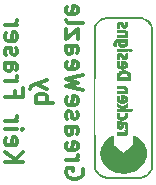
<source format=gbr>
G04 #@! TF.GenerationSoftware,KiCad,Pcbnew,(5.1.0)-1*
G04 #@! TF.CreationDate,2021-02-13T20:01:35+01:00*
G04 #@! TF.ProjectId,GreaseWeazle,47726561-7365-4576-9561-7a6c652e6b69,rev?*
G04 #@! TF.SameCoordinates,Original*
G04 #@! TF.FileFunction,Legend,Bot*
G04 #@! TF.FilePolarity,Positive*
%FSLAX46Y46*%
G04 Gerber Fmt 4.6, Leading zero omitted, Abs format (unit mm)*
G04 Created by KiCad (PCBNEW (5.1.0)-1) date 2021-02-13 20:01:35*
%MOMM*%
%LPD*%
G04 APERTURE LIST*
%ADD10C,0.300000*%
%ADD11C,0.010000*%
G04 APERTURE END LIST*
D10*
X86472300Y-95008685D02*
X86543728Y-95151542D01*
X86543728Y-95365828D01*
X86472300Y-95580114D01*
X86329442Y-95722971D01*
X86186585Y-95794400D01*
X85900871Y-95865828D01*
X85686585Y-95865828D01*
X85400871Y-95794400D01*
X85258014Y-95722971D01*
X85115157Y-95580114D01*
X85043728Y-95365828D01*
X85043728Y-95222971D01*
X85115157Y-95008685D01*
X85186585Y-94937257D01*
X85686585Y-94937257D01*
X85686585Y-95222971D01*
X85043728Y-94294400D02*
X86043728Y-94294400D01*
X85758014Y-94294400D02*
X85900871Y-94222971D01*
X85972300Y-94151542D01*
X86043728Y-94008685D01*
X86043728Y-93865828D01*
X85115157Y-92794400D02*
X85043728Y-92937257D01*
X85043728Y-93222971D01*
X85115157Y-93365828D01*
X85258014Y-93437257D01*
X85829442Y-93437257D01*
X85972300Y-93365828D01*
X86043728Y-93222971D01*
X86043728Y-92937257D01*
X85972300Y-92794400D01*
X85829442Y-92722971D01*
X85686585Y-92722971D01*
X85543728Y-93437257D01*
X85043728Y-91437257D02*
X85829442Y-91437257D01*
X85972300Y-91508685D01*
X86043728Y-91651542D01*
X86043728Y-91937257D01*
X85972300Y-92080114D01*
X85115157Y-91437257D02*
X85043728Y-91580114D01*
X85043728Y-91937257D01*
X85115157Y-92080114D01*
X85258014Y-92151542D01*
X85400871Y-92151542D01*
X85543728Y-92080114D01*
X85615157Y-91937257D01*
X85615157Y-91580114D01*
X85686585Y-91437257D01*
X85115157Y-90794400D02*
X85043728Y-90651542D01*
X85043728Y-90365828D01*
X85115157Y-90222971D01*
X85258014Y-90151542D01*
X85329442Y-90151542D01*
X85472300Y-90222971D01*
X85543728Y-90365828D01*
X85543728Y-90580114D01*
X85615157Y-90722971D01*
X85758014Y-90794400D01*
X85829442Y-90794400D01*
X85972300Y-90722971D01*
X86043728Y-90580114D01*
X86043728Y-90365828D01*
X85972300Y-90222971D01*
X85115157Y-88937257D02*
X85043728Y-89080114D01*
X85043728Y-89365828D01*
X85115157Y-89508685D01*
X85258014Y-89580114D01*
X85829442Y-89580114D01*
X85972300Y-89508685D01*
X86043728Y-89365828D01*
X86043728Y-89080114D01*
X85972300Y-88937257D01*
X85829442Y-88865828D01*
X85686585Y-88865828D01*
X85543728Y-89580114D01*
X86543728Y-88365828D02*
X85043728Y-88008685D01*
X86115157Y-87722971D01*
X85043728Y-87437257D01*
X86543728Y-87080114D01*
X85115157Y-85937257D02*
X85043728Y-86080114D01*
X85043728Y-86365828D01*
X85115157Y-86508685D01*
X85258014Y-86580114D01*
X85829442Y-86580114D01*
X85972300Y-86508685D01*
X86043728Y-86365828D01*
X86043728Y-86080114D01*
X85972300Y-85937257D01*
X85829442Y-85865828D01*
X85686585Y-85865828D01*
X85543728Y-86580114D01*
X85043728Y-84580114D02*
X85829442Y-84580114D01*
X85972300Y-84651542D01*
X86043728Y-84794400D01*
X86043728Y-85080114D01*
X85972300Y-85222971D01*
X85115157Y-84580114D02*
X85043728Y-84722971D01*
X85043728Y-85080114D01*
X85115157Y-85222971D01*
X85258014Y-85294400D01*
X85400871Y-85294400D01*
X85543728Y-85222971D01*
X85615157Y-85080114D01*
X85615157Y-84722971D01*
X85686585Y-84580114D01*
X86043728Y-84008685D02*
X86043728Y-83222971D01*
X85043728Y-84008685D01*
X85043728Y-83222971D01*
X85043728Y-82437257D02*
X85115157Y-82580114D01*
X85258014Y-82651542D01*
X86543728Y-82651542D01*
X85115157Y-81294400D02*
X85043728Y-81437257D01*
X85043728Y-81722971D01*
X85115157Y-81865828D01*
X85258014Y-81937257D01*
X85829442Y-81937257D01*
X85972300Y-81865828D01*
X86043728Y-81722971D01*
X86043728Y-81437257D01*
X85972300Y-81294400D01*
X85829442Y-81222971D01*
X85686585Y-81222971D01*
X85543728Y-81937257D01*
X82493728Y-89437257D02*
X83993728Y-89437257D01*
X83422300Y-89437257D02*
X83493728Y-89294400D01*
X83493728Y-89008685D01*
X83422300Y-88865828D01*
X83350871Y-88794400D01*
X83208014Y-88722971D01*
X82779442Y-88722971D01*
X82636585Y-88794400D01*
X82565157Y-88865828D01*
X82493728Y-89008685D01*
X82493728Y-89294400D01*
X82565157Y-89437257D01*
X83493728Y-88222971D02*
X82493728Y-87865828D01*
X83493728Y-87508685D02*
X82493728Y-87865828D01*
X82136585Y-88008685D01*
X82065157Y-88080114D01*
X81993728Y-88222971D01*
X79943728Y-94472971D02*
X81443728Y-94472971D01*
X79943728Y-93615828D02*
X80800871Y-94258685D01*
X81443728Y-93615828D02*
X80586585Y-94472971D01*
X80015157Y-92401542D02*
X79943728Y-92544400D01*
X79943728Y-92830114D01*
X80015157Y-92972971D01*
X80158014Y-93044400D01*
X80729442Y-93044400D01*
X80872300Y-92972971D01*
X80943728Y-92830114D01*
X80943728Y-92544400D01*
X80872300Y-92401542D01*
X80729442Y-92330114D01*
X80586585Y-92330114D01*
X80443728Y-93044400D01*
X79943728Y-91687257D02*
X80943728Y-91687257D01*
X81443728Y-91687257D02*
X81372300Y-91758685D01*
X81300871Y-91687257D01*
X81372300Y-91615828D01*
X81443728Y-91687257D01*
X81300871Y-91687257D01*
X79943728Y-90972971D02*
X80943728Y-90972971D01*
X80658014Y-90972971D02*
X80800871Y-90901542D01*
X80872300Y-90830114D01*
X80943728Y-90687257D01*
X80943728Y-90544400D01*
X80729442Y-88401542D02*
X80729442Y-88901542D01*
X79943728Y-88901542D02*
X81443728Y-88901542D01*
X81443728Y-88187257D01*
X79943728Y-87615828D02*
X80943728Y-87615828D01*
X80658014Y-87615828D02*
X80800871Y-87544400D01*
X80872300Y-87472971D01*
X80943728Y-87330114D01*
X80943728Y-87187257D01*
X79943728Y-86044400D02*
X80729442Y-86044400D01*
X80872300Y-86115828D01*
X80943728Y-86258685D01*
X80943728Y-86544400D01*
X80872300Y-86687257D01*
X80015157Y-86044400D02*
X79943728Y-86187257D01*
X79943728Y-86544400D01*
X80015157Y-86687257D01*
X80158014Y-86758685D01*
X80300871Y-86758685D01*
X80443728Y-86687257D01*
X80515157Y-86544400D01*
X80515157Y-86187257D01*
X80586585Y-86044400D01*
X80015157Y-85401542D02*
X79943728Y-85258685D01*
X79943728Y-84972971D01*
X80015157Y-84830114D01*
X80158014Y-84758685D01*
X80229442Y-84758685D01*
X80372300Y-84830114D01*
X80443728Y-84972971D01*
X80443728Y-85187257D01*
X80515157Y-85330114D01*
X80658014Y-85401542D01*
X80729442Y-85401542D01*
X80872300Y-85330114D01*
X80943728Y-85187257D01*
X80943728Y-84972971D01*
X80872300Y-84830114D01*
X80015157Y-83544400D02*
X79943728Y-83687257D01*
X79943728Y-83972971D01*
X80015157Y-84115828D01*
X80158014Y-84187257D01*
X80729442Y-84187257D01*
X80872300Y-84115828D01*
X80943728Y-83972971D01*
X80943728Y-83687257D01*
X80872300Y-83544400D01*
X80729442Y-83472971D01*
X80586585Y-83472971D01*
X80443728Y-84187257D01*
X79943728Y-82830114D02*
X80943728Y-82830114D01*
X80658014Y-82830114D02*
X80800871Y-82758685D01*
X80872300Y-82687257D01*
X80943728Y-82544400D01*
X80943728Y-82401542D01*
D11*
G36*
X90603877Y-84899683D02*
G01*
X90594102Y-84884761D01*
X90564443Y-84859915D01*
X90522998Y-84843972D01*
X90475983Y-84837979D01*
X90429613Y-84842986D01*
X90402978Y-84852529D01*
X90366153Y-84879855D01*
X90343587Y-84916375D01*
X90336951Y-84957991D01*
X90345144Y-84994464D01*
X90366493Y-85031638D01*
X90396030Y-85055789D01*
X90432295Y-85069155D01*
X90484062Y-85074617D01*
X90530500Y-85065908D01*
X90569354Y-85045597D01*
X90598372Y-85016251D01*
X90615301Y-84980438D01*
X90617887Y-84940726D01*
X90603877Y-84899683D01*
X90603877Y-84899683D01*
G37*
X90603877Y-84899683D02*
X90594102Y-84884761D01*
X90564443Y-84859915D01*
X90522998Y-84843972D01*
X90475983Y-84837979D01*
X90429613Y-84842986D01*
X90402978Y-84852529D01*
X90366153Y-84879855D01*
X90343587Y-84916375D01*
X90336951Y-84957991D01*
X90345144Y-84994464D01*
X90366493Y-85031638D01*
X90396030Y-85055789D01*
X90432295Y-85069155D01*
X90484062Y-85074617D01*
X90530500Y-85065908D01*
X90569354Y-85045597D01*
X90598372Y-85016251D01*
X90615301Y-84980438D01*
X90617887Y-84940726D01*
X90603877Y-84899683D01*
G36*
X90210029Y-83389360D02*
G01*
X90180878Y-83347253D01*
X90147233Y-83315485D01*
X90103396Y-83289566D01*
X90060221Y-83271191D01*
X90045385Y-83265779D01*
X90030504Y-83261458D01*
X90013127Y-83258081D01*
X89990808Y-83255502D01*
X89961098Y-83253574D01*
X89921548Y-83252152D01*
X89869710Y-83251088D01*
X89803136Y-83250237D01*
X89719377Y-83249453D01*
X89692480Y-83249225D01*
X89374980Y-83246564D01*
X89374980Y-83442387D01*
X89585800Y-83442451D01*
X89698602Y-83443294D01*
X89792151Y-83445800D01*
X89867425Y-83450047D01*
X89925401Y-83456111D01*
X89967058Y-83464070D01*
X89993374Y-83474001D01*
X89994633Y-83474751D01*
X90020836Y-83500642D01*
X90037379Y-83537979D01*
X90042864Y-83582735D01*
X90040841Y-83607880D01*
X90033918Y-83654053D01*
X89374980Y-83654053D01*
X89374980Y-83857443D01*
X89788971Y-83855231D01*
X90202961Y-83853020D01*
X90221784Y-83785287D01*
X90230805Y-83745246D01*
X90236978Y-83698749D01*
X90240665Y-83642169D01*
X90242134Y-83581935D01*
X90243660Y-83446317D01*
X90210029Y-83389360D01*
X90210029Y-83389360D01*
G37*
X90210029Y-83389360D02*
X90180878Y-83347253D01*
X90147233Y-83315485D01*
X90103396Y-83289566D01*
X90060221Y-83271191D01*
X90045385Y-83265779D01*
X90030504Y-83261458D01*
X90013127Y-83258081D01*
X89990808Y-83255502D01*
X89961098Y-83253574D01*
X89921548Y-83252152D01*
X89869710Y-83251088D01*
X89803136Y-83250237D01*
X89719377Y-83249453D01*
X89692480Y-83249225D01*
X89374980Y-83246564D01*
X89374980Y-83442387D01*
X89585800Y-83442451D01*
X89698602Y-83443294D01*
X89792151Y-83445800D01*
X89867425Y-83450047D01*
X89925401Y-83456111D01*
X89967058Y-83464070D01*
X89993374Y-83474001D01*
X89994633Y-83474751D01*
X90020836Y-83500642D01*
X90037379Y-83537979D01*
X90042864Y-83582735D01*
X90040841Y-83607880D01*
X90033918Y-83654053D01*
X89374980Y-83654053D01*
X89374980Y-83857443D01*
X89788971Y-83855231D01*
X90202961Y-83853020D01*
X90221784Y-83785287D01*
X90230805Y-83745246D01*
X90236978Y-83698749D01*
X90240665Y-83642169D01*
X90242134Y-83581935D01*
X90243660Y-83446317D01*
X90210029Y-83389360D01*
G36*
X89374980Y-84856320D02*
G01*
X89374980Y-85059520D01*
X90228420Y-85059520D01*
X90228420Y-84856320D01*
X89374980Y-84856320D01*
X89374980Y-84856320D01*
G37*
X89374980Y-84856320D02*
X89374980Y-85059520D01*
X90228420Y-85059520D01*
X90228420Y-84856320D01*
X89374980Y-84856320D01*
G36*
X90209726Y-88155595D02*
G01*
X90182161Y-88115215D01*
X90152245Y-88085785D01*
X90128574Y-88069557D01*
X90102385Y-88054593D01*
X90076690Y-88042469D01*
X90048969Y-88032845D01*
X90016700Y-88025382D01*
X89977362Y-88019741D01*
X89928432Y-88015584D01*
X89867390Y-88012571D01*
X89791714Y-88010364D01*
X89698883Y-88008624D01*
X89672160Y-88008214D01*
X89374980Y-88003790D01*
X89374980Y-88209120D01*
X89617434Y-88209120D01*
X89714195Y-88209559D01*
X89792859Y-88211003D01*
X89855626Y-88213641D01*
X89904696Y-88217665D01*
X89942269Y-88223263D01*
X89970543Y-88230626D01*
X89991719Y-88239944D01*
X89994740Y-88241717D01*
X90022978Y-88269040D01*
X90039415Y-88307816D01*
X90043016Y-88355140D01*
X90041181Y-88372345D01*
X90033918Y-88420786D01*
X89374980Y-88420786D01*
X89374980Y-88624176D01*
X89788971Y-88621965D01*
X90202961Y-88619753D01*
X90221603Y-88552020D01*
X90230770Y-88510356D01*
X90237023Y-88461126D01*
X90240702Y-88400919D01*
X90241952Y-88348683D01*
X90243660Y-88213079D01*
X90209726Y-88155595D01*
X90209726Y-88155595D01*
G37*
X90209726Y-88155595D02*
X90182161Y-88115215D01*
X90152245Y-88085785D01*
X90128574Y-88069557D01*
X90102385Y-88054593D01*
X90076690Y-88042469D01*
X90048969Y-88032845D01*
X90016700Y-88025382D01*
X89977362Y-88019741D01*
X89928432Y-88015584D01*
X89867390Y-88012571D01*
X89791714Y-88010364D01*
X89698883Y-88008624D01*
X89672160Y-88008214D01*
X89374980Y-88003790D01*
X89374980Y-88209120D01*
X89617434Y-88209120D01*
X89714195Y-88209559D01*
X89792859Y-88211003D01*
X89855626Y-88213641D01*
X89904696Y-88217665D01*
X89942269Y-88223263D01*
X89970543Y-88230626D01*
X89991719Y-88239944D01*
X89994740Y-88241717D01*
X90022978Y-88269040D01*
X90039415Y-88307816D01*
X90043016Y-88355140D01*
X90041181Y-88372345D01*
X90033918Y-88420786D01*
X89374980Y-88420786D01*
X89374980Y-88624176D01*
X89788971Y-88621965D01*
X90202961Y-88619753D01*
X90221603Y-88552020D01*
X90230770Y-88510356D01*
X90237023Y-88461126D01*
X90240702Y-88400919D01*
X90241952Y-88348683D01*
X90243660Y-88213079D01*
X90209726Y-88155595D01*
G36*
X90630158Y-89960886D02*
G01*
X90616595Y-89958499D01*
X90591875Y-89956627D01*
X90554373Y-89955221D01*
X90502464Y-89954231D01*
X90434524Y-89953608D01*
X90348928Y-89953304D01*
X90284300Y-89953253D01*
X90202199Y-89953053D01*
X90126928Y-89952483D01*
X90060804Y-89951592D01*
X90006143Y-89950426D01*
X89965261Y-89949033D01*
X89940473Y-89947461D01*
X89933780Y-89946064D01*
X89941008Y-89938741D01*
X89960740Y-89922571D01*
X89990051Y-89899724D01*
X90026014Y-89872369D01*
X90065702Y-89842677D01*
X90106191Y-89812818D01*
X90144553Y-89784962D01*
X90177862Y-89761278D01*
X90203193Y-89743938D01*
X90217618Y-89735110D01*
X90219022Y-89734531D01*
X90222354Y-89725521D01*
X90225167Y-89702647D01*
X90227230Y-89668977D01*
X90228313Y-89627579D01*
X90228420Y-89609020D01*
X90228420Y-89486331D01*
X90109040Y-89575261D01*
X90061281Y-89611290D01*
X90012742Y-89648690D01*
X89968279Y-89683666D01*
X89932751Y-89712427D01*
X89924423Y-89719394D01*
X89859186Y-89774597D01*
X89798554Y-89727818D01*
X89731113Y-89678704D01*
X89654144Y-89627435D01*
X89574496Y-89578334D01*
X89499018Y-89535725D01*
X89472102Y-89521756D01*
X89435317Y-89503542D01*
X89405232Y-89489208D01*
X89385921Y-89480668D01*
X89381190Y-89479120D01*
X89378911Y-89487070D01*
X89377009Y-89508855D01*
X89375651Y-89541377D01*
X89375009Y-89581538D01*
X89374980Y-89592478D01*
X89374980Y-89705836D01*
X89489280Y-89769352D01*
X89536871Y-89796934D01*
X89585293Y-89826972D01*
X89631707Y-89857480D01*
X89673279Y-89886470D01*
X89707170Y-89911954D01*
X89730544Y-89931944D01*
X89740565Y-89944454D01*
X89740740Y-89945537D01*
X89731072Y-89948085D01*
X89704028Y-89950255D01*
X89662552Y-89951920D01*
X89609584Y-89952958D01*
X89557860Y-89953253D01*
X89374980Y-89953253D01*
X89374980Y-90148119D01*
X90598716Y-90143753D01*
X90616137Y-90059087D01*
X90623553Y-90022335D01*
X90629534Y-89991363D01*
X90633299Y-89970285D01*
X90634189Y-89963837D01*
X90630158Y-89960886D01*
X90630158Y-89960886D01*
G37*
X90630158Y-89960886D02*
X90616595Y-89958499D01*
X90591875Y-89956627D01*
X90554373Y-89955221D01*
X90502464Y-89954231D01*
X90434524Y-89953608D01*
X90348928Y-89953304D01*
X90284300Y-89953253D01*
X90202199Y-89953053D01*
X90126928Y-89952483D01*
X90060804Y-89951592D01*
X90006143Y-89950426D01*
X89965261Y-89949033D01*
X89940473Y-89947461D01*
X89933780Y-89946064D01*
X89941008Y-89938741D01*
X89960740Y-89922571D01*
X89990051Y-89899724D01*
X90026014Y-89872369D01*
X90065702Y-89842677D01*
X90106191Y-89812818D01*
X90144553Y-89784962D01*
X90177862Y-89761278D01*
X90203193Y-89743938D01*
X90217618Y-89735110D01*
X90219022Y-89734531D01*
X90222354Y-89725521D01*
X90225167Y-89702647D01*
X90227230Y-89668977D01*
X90228313Y-89627579D01*
X90228420Y-89609020D01*
X90228420Y-89486331D01*
X90109040Y-89575261D01*
X90061281Y-89611290D01*
X90012742Y-89648690D01*
X89968279Y-89683666D01*
X89932751Y-89712427D01*
X89924423Y-89719394D01*
X89859186Y-89774597D01*
X89798554Y-89727818D01*
X89731113Y-89678704D01*
X89654144Y-89627435D01*
X89574496Y-89578334D01*
X89499018Y-89535725D01*
X89472102Y-89521756D01*
X89435317Y-89503542D01*
X89405232Y-89489208D01*
X89385921Y-89480668D01*
X89381190Y-89479120D01*
X89378911Y-89487070D01*
X89377009Y-89508855D01*
X89375651Y-89541377D01*
X89375009Y-89581538D01*
X89374980Y-89592478D01*
X89374980Y-89705836D01*
X89489280Y-89769352D01*
X89536871Y-89796934D01*
X89585293Y-89826972D01*
X89631707Y-89857480D01*
X89673279Y-89886470D01*
X89707170Y-89911954D01*
X89730544Y-89931944D01*
X89740565Y-89944454D01*
X89740740Y-89945537D01*
X89731072Y-89948085D01*
X89704028Y-89950255D01*
X89662552Y-89951920D01*
X89609584Y-89952958D01*
X89557860Y-89953253D01*
X89374980Y-89953253D01*
X89374980Y-90148119D01*
X90598716Y-90143753D01*
X90616137Y-90059087D01*
X90623553Y-90022335D01*
X90629534Y-89991363D01*
X90633299Y-89970285D01*
X90634189Y-89963837D01*
X90630158Y-89960886D01*
G36*
X90239316Y-91759863D02*
G01*
X90227634Y-91710991D01*
X90219149Y-91687422D01*
X90210260Y-91676910D01*
X90197427Y-91675782D01*
X90194220Y-91676331D01*
X90173863Y-91680037D01*
X90140462Y-91685904D01*
X90100885Y-91692729D01*
X90096913Y-91693407D01*
X90060519Y-91699822D01*
X90032975Y-91705065D01*
X90019342Y-91708163D01*
X90018744Y-91708428D01*
X90019306Y-91717138D01*
X90023641Y-91736771D01*
X90026728Y-91748416D01*
X90031635Y-91774119D01*
X90035035Y-91807576D01*
X90036824Y-91844041D01*
X90036899Y-91878771D01*
X90035157Y-91907021D01*
X90031493Y-91924047D01*
X90030594Y-91925591D01*
X90018141Y-91928446D01*
X89985513Y-91930752D01*
X89932845Y-91932506D01*
X89860269Y-91933703D01*
X89767920Y-91934341D01*
X89699501Y-91934453D01*
X89374980Y-91934453D01*
X89374980Y-92137653D01*
X90185554Y-92137653D01*
X90208172Y-92067803D01*
X90236301Y-91957352D01*
X90246686Y-91854644D01*
X90239316Y-91759863D01*
X90239316Y-91759863D01*
G37*
X90239316Y-91759863D02*
X90227634Y-91710991D01*
X90219149Y-91687422D01*
X90210260Y-91676910D01*
X90197427Y-91675782D01*
X90194220Y-91676331D01*
X90173863Y-91680037D01*
X90140462Y-91685904D01*
X90100885Y-91692729D01*
X90096913Y-91693407D01*
X90060519Y-91699822D01*
X90032975Y-91705065D01*
X90019342Y-91708163D01*
X90018744Y-91708428D01*
X90019306Y-91717138D01*
X90023641Y-91736771D01*
X90026728Y-91748416D01*
X90031635Y-91774119D01*
X90035035Y-91807576D01*
X90036824Y-91844041D01*
X90036899Y-91878771D01*
X90035157Y-91907021D01*
X90031493Y-91924047D01*
X90030594Y-91925591D01*
X90018141Y-91928446D01*
X89985513Y-91930752D01*
X89932845Y-91932506D01*
X89860269Y-91933703D01*
X89767920Y-91934341D01*
X89699501Y-91934453D01*
X89374980Y-91934453D01*
X89374980Y-92137653D01*
X90185554Y-92137653D01*
X90208172Y-92067803D01*
X90236301Y-91957352D01*
X90246686Y-91854644D01*
X90239316Y-91759863D01*
G36*
X90506034Y-87123635D02*
G01*
X90504215Y-87085514D01*
X90501071Y-87055197D01*
X90496372Y-87029646D01*
X90489885Y-87005821D01*
X90488876Y-87002620D01*
X90452479Y-86916279D01*
X90402642Y-86842613D01*
X90339553Y-86781737D01*
X90263402Y-86733768D01*
X90174379Y-86698823D01*
X90072673Y-86677016D01*
X89958473Y-86668465D01*
X89943266Y-86668334D01*
X89852640Y-86671501D01*
X89774255Y-86682066D01*
X89701495Y-86701124D01*
X89664540Y-86714420D01*
X89581277Y-86754860D01*
X89512159Y-86806134D01*
X89456056Y-86869352D01*
X89411841Y-86945628D01*
X89398593Y-86976556D01*
X89389006Y-87002048D01*
X89381919Y-87025066D01*
X89376898Y-87048969D01*
X89373511Y-87077111D01*
X89371327Y-87112850D01*
X89369913Y-87159543D01*
X89369065Y-87205820D01*
X89368795Y-87261390D01*
X89369630Y-87315813D01*
X89371428Y-87364985D01*
X89374047Y-87404804D01*
X89376797Y-87428142D01*
X89387086Y-87489598D01*
X89575560Y-87488848D01*
X89575560Y-87278006D01*
X89580569Y-87186879D01*
X89585626Y-87129844D01*
X89594249Y-87085226D01*
X89607288Y-87048661D01*
X89607602Y-87047977D01*
X89639569Y-86999672D01*
X89686455Y-86956248D01*
X89742864Y-86922149D01*
X89776587Y-86908787D01*
X89805429Y-86901146D01*
X89838350Y-86896220D01*
X89880437Y-86893532D01*
X89936777Y-86892603D01*
X89949020Y-86892586D01*
X90003719Y-86893005D01*
X90043371Y-86894630D01*
X90073234Y-86898068D01*
X90098568Y-86903924D01*
X90124634Y-86912805D01*
X90124663Y-86912816D01*
X90184288Y-86943981D01*
X90233564Y-86987164D01*
X90268348Y-87038422D01*
X90276111Y-87056915D01*
X90285839Y-87096143D01*
X90291940Y-87146575D01*
X90293694Y-87188886D01*
X90294460Y-87273553D01*
X89935010Y-87275779D01*
X89575560Y-87278006D01*
X89575560Y-87488848D01*
X90486940Y-87485220D01*
X90496187Y-87447120D01*
X90499089Y-87426949D01*
X90501741Y-87393136D01*
X90503980Y-87348972D01*
X90505643Y-87297747D01*
X90506569Y-87242753D01*
X90506627Y-87235453D01*
X90506761Y-87172601D01*
X90506034Y-87123635D01*
X90506034Y-87123635D01*
G37*
X90506034Y-87123635D02*
X90504215Y-87085514D01*
X90501071Y-87055197D01*
X90496372Y-87029646D01*
X90489885Y-87005821D01*
X90488876Y-87002620D01*
X90452479Y-86916279D01*
X90402642Y-86842613D01*
X90339553Y-86781737D01*
X90263402Y-86733768D01*
X90174379Y-86698823D01*
X90072673Y-86677016D01*
X89958473Y-86668465D01*
X89943266Y-86668334D01*
X89852640Y-86671501D01*
X89774255Y-86682066D01*
X89701495Y-86701124D01*
X89664540Y-86714420D01*
X89581277Y-86754860D01*
X89512159Y-86806134D01*
X89456056Y-86869352D01*
X89411841Y-86945628D01*
X89398593Y-86976556D01*
X89389006Y-87002048D01*
X89381919Y-87025066D01*
X89376898Y-87048969D01*
X89373511Y-87077111D01*
X89371327Y-87112850D01*
X89369913Y-87159543D01*
X89369065Y-87205820D01*
X89368795Y-87261390D01*
X89369630Y-87315813D01*
X89371428Y-87364985D01*
X89374047Y-87404804D01*
X89376797Y-87428142D01*
X89387086Y-87489598D01*
X89575560Y-87488848D01*
X89575560Y-87278006D01*
X89580569Y-87186879D01*
X89585626Y-87129844D01*
X89594249Y-87085226D01*
X89607288Y-87048661D01*
X89607602Y-87047977D01*
X89639569Y-86999672D01*
X89686455Y-86956248D01*
X89742864Y-86922149D01*
X89776587Y-86908787D01*
X89805429Y-86901146D01*
X89838350Y-86896220D01*
X89880437Y-86893532D01*
X89936777Y-86892603D01*
X89949020Y-86892586D01*
X90003719Y-86893005D01*
X90043371Y-86894630D01*
X90073234Y-86898068D01*
X90098568Y-86903924D01*
X90124634Y-86912805D01*
X90124663Y-86912816D01*
X90184288Y-86943981D01*
X90233564Y-86987164D01*
X90268348Y-87038422D01*
X90276111Y-87056915D01*
X90285839Y-87096143D01*
X90291940Y-87146575D01*
X90293694Y-87188886D01*
X90294460Y-87273553D01*
X89935010Y-87275779D01*
X89575560Y-87278006D01*
X89575560Y-87488848D01*
X90486940Y-87485220D01*
X90496187Y-87447120D01*
X90499089Y-87426949D01*
X90501741Y-87393136D01*
X90503980Y-87348972D01*
X90505643Y-87297747D01*
X90506569Y-87242753D01*
X90506627Y-87235453D01*
X90506761Y-87172601D01*
X90506034Y-87123635D01*
G36*
X90246006Y-82739642D02*
G01*
X90237296Y-82680038D01*
X90234324Y-82667104D01*
X90225602Y-82635029D01*
X90217240Y-82609486D01*
X90210748Y-82594961D01*
X90209584Y-82593569D01*
X90197415Y-82592782D01*
X90171238Y-82595249D01*
X90136733Y-82600038D01*
X90099580Y-82606215D01*
X90065460Y-82612846D01*
X90040054Y-82618998D01*
X90029555Y-82623153D01*
X90029269Y-82632792D01*
X90033176Y-82654131D01*
X90040086Y-82681279D01*
X90050000Y-82727419D01*
X90054552Y-82773760D01*
X90053673Y-82815524D01*
X90047295Y-82847935D01*
X90042619Y-82858187D01*
X90021942Y-82875989D01*
X89993137Y-82882591D01*
X89964193Y-82877090D01*
X89951086Y-82868555D01*
X89940184Y-82854282D01*
X89924395Y-82828313D01*
X89906113Y-82794764D01*
X89892963Y-82768661D01*
X89857156Y-82701317D01*
X89821871Y-82649066D01*
X89785125Y-82610194D01*
X89744933Y-82582989D01*
X89699312Y-82565739D01*
X89647543Y-82556854D01*
X89575075Y-82556953D01*
X89510973Y-82571937D01*
X89456509Y-82601440D01*
X89437528Y-82617393D01*
X89411350Y-82646380D01*
X89388803Y-82678483D01*
X89379736Y-82695673D01*
X89370591Y-82727181D01*
X89363781Y-82770891D01*
X89359465Y-82822171D01*
X89357801Y-82876387D01*
X89358947Y-82928906D01*
X89363061Y-82975094D01*
X89369131Y-83006353D01*
X89381721Y-83048850D01*
X89392454Y-83077034D01*
X89402842Y-83093289D01*
X89414392Y-83100002D01*
X89428158Y-83099648D01*
X89449751Y-83095700D01*
X89483694Y-83089741D01*
X89520333Y-83083454D01*
X89555336Y-83077143D01*
X89581579Y-83071715D01*
X89593570Y-83068308D01*
X89593672Y-83068233D01*
X89593055Y-83059009D01*
X89587419Y-83038175D01*
X89577982Y-83010235D01*
X89577950Y-83010149D01*
X89566609Y-82972184D01*
X89556907Y-82927702D01*
X89551547Y-82891293D01*
X89549837Y-82835904D01*
X89557457Y-82795440D01*
X89574452Y-82769764D01*
X89595782Y-82759569D01*
X89614741Y-82757393D01*
X89631386Y-82760713D01*
X89647356Y-82771339D01*
X89664296Y-82791079D01*
X89683845Y-82821742D01*
X89707645Y-82865138D01*
X89728742Y-82906083D01*
X89761644Y-82964572D01*
X89794680Y-83008578D01*
X89830649Y-83040404D01*
X89872348Y-83062355D01*
X89922577Y-83076735D01*
X89939908Y-83079948D01*
X90010979Y-83083882D01*
X90077178Y-83072110D01*
X90135952Y-83045747D01*
X90184749Y-83005910D01*
X90218811Y-82957989D01*
X90234406Y-82915951D01*
X90244307Y-82862368D01*
X90248258Y-82802008D01*
X90246006Y-82739642D01*
X90246006Y-82739642D01*
G37*
X90246006Y-82739642D02*
X90237296Y-82680038D01*
X90234324Y-82667104D01*
X90225602Y-82635029D01*
X90217240Y-82609486D01*
X90210748Y-82594961D01*
X90209584Y-82593569D01*
X90197415Y-82592782D01*
X90171238Y-82595249D01*
X90136733Y-82600038D01*
X90099580Y-82606215D01*
X90065460Y-82612846D01*
X90040054Y-82618998D01*
X90029555Y-82623153D01*
X90029269Y-82632792D01*
X90033176Y-82654131D01*
X90040086Y-82681279D01*
X90050000Y-82727419D01*
X90054552Y-82773760D01*
X90053673Y-82815524D01*
X90047295Y-82847935D01*
X90042619Y-82858187D01*
X90021942Y-82875989D01*
X89993137Y-82882591D01*
X89964193Y-82877090D01*
X89951086Y-82868555D01*
X89940184Y-82854282D01*
X89924395Y-82828313D01*
X89906113Y-82794764D01*
X89892963Y-82768661D01*
X89857156Y-82701317D01*
X89821871Y-82649066D01*
X89785125Y-82610194D01*
X89744933Y-82582989D01*
X89699312Y-82565739D01*
X89647543Y-82556854D01*
X89575075Y-82556953D01*
X89510973Y-82571937D01*
X89456509Y-82601440D01*
X89437528Y-82617393D01*
X89411350Y-82646380D01*
X89388803Y-82678483D01*
X89379736Y-82695673D01*
X89370591Y-82727181D01*
X89363781Y-82770891D01*
X89359465Y-82822171D01*
X89357801Y-82876387D01*
X89358947Y-82928906D01*
X89363061Y-82975094D01*
X89369131Y-83006353D01*
X89381721Y-83048850D01*
X89392454Y-83077034D01*
X89402842Y-83093289D01*
X89414392Y-83100002D01*
X89428158Y-83099648D01*
X89449751Y-83095700D01*
X89483694Y-83089741D01*
X89520333Y-83083454D01*
X89555336Y-83077143D01*
X89581579Y-83071715D01*
X89593570Y-83068308D01*
X89593672Y-83068233D01*
X89593055Y-83059009D01*
X89587419Y-83038175D01*
X89577982Y-83010235D01*
X89577950Y-83010149D01*
X89566609Y-82972184D01*
X89556907Y-82927702D01*
X89551547Y-82891293D01*
X89549837Y-82835904D01*
X89557457Y-82795440D01*
X89574452Y-82769764D01*
X89595782Y-82759569D01*
X89614741Y-82757393D01*
X89631386Y-82760713D01*
X89647356Y-82771339D01*
X89664296Y-82791079D01*
X89683845Y-82821742D01*
X89707645Y-82865138D01*
X89728742Y-82906083D01*
X89761644Y-82964572D01*
X89794680Y-83008578D01*
X89830649Y-83040404D01*
X89872348Y-83062355D01*
X89922577Y-83076735D01*
X89939908Y-83079948D01*
X90010979Y-83083882D01*
X90077178Y-83072110D01*
X90135952Y-83045747D01*
X90184749Y-83005910D01*
X90218811Y-82957989D01*
X90234406Y-82915951D01*
X90244307Y-82862368D01*
X90248258Y-82802008D01*
X90246006Y-82739642D01*
G36*
X90246461Y-85395574D02*
G01*
X90238715Y-85337114D01*
X90234324Y-85317171D01*
X90225708Y-85285216D01*
X90217607Y-85259903D01*
X90211475Y-85245660D01*
X90210394Y-85244326D01*
X90198496Y-85243716D01*
X90172509Y-85246223D01*
X90138085Y-85250938D01*
X90100873Y-85256953D01*
X90066523Y-85263361D01*
X90040686Y-85269254D01*
X90029313Y-85273420D01*
X90029150Y-85282952D01*
X90033141Y-85304209D01*
X90040086Y-85331346D01*
X90050000Y-85377488D01*
X90054552Y-85423829D01*
X90053672Y-85465593D01*
X90047293Y-85498002D01*
X90042615Y-85508253D01*
X90021826Y-85526161D01*
X89992790Y-85532604D01*
X89963336Y-85526476D01*
X89953886Y-85520791D01*
X89942114Y-85507001D01*
X89925929Y-85481603D01*
X89907937Y-85448883D01*
X89898131Y-85429140D01*
X89863213Y-85361570D01*
X89829436Y-85308914D01*
X89794910Y-85269340D01*
X89757749Y-85241018D01*
X89716064Y-85222117D01*
X89674027Y-85211803D01*
X89599084Y-85206053D01*
X89532110Y-85215781D01*
X89473892Y-85240623D01*
X89425216Y-85280216D01*
X89386867Y-85334200D01*
X89380173Y-85347386D01*
X89370702Y-85377286D01*
X89363630Y-85419531D01*
X89359117Y-85469634D01*
X89357321Y-85523110D01*
X89358405Y-85575474D01*
X89362528Y-85622239D01*
X89369131Y-85656420D01*
X89381890Y-85699390D01*
X89392829Y-85727984D01*
X89403413Y-85744538D01*
X89415107Y-85751385D01*
X89428473Y-85751048D01*
X89450569Y-85747038D01*
X89484314Y-85741316D01*
X89513212Y-85736601D01*
X89554887Y-85729526D01*
X89579535Y-85722476D01*
X89590050Y-85712134D01*
X89589326Y-85695183D01*
X89580255Y-85668307D01*
X89578015Y-85662309D01*
X89561480Y-85608295D01*
X89552042Y-85555855D01*
X89549543Y-85507631D01*
X89553822Y-85466265D01*
X89564720Y-85434398D01*
X89582077Y-85414674D01*
X89593264Y-85410163D01*
X89609571Y-85407447D01*
X89623457Y-85407979D01*
X89636400Y-85413476D01*
X89649881Y-85425653D01*
X89665378Y-85446227D01*
X89684369Y-85476915D01*
X89708335Y-85519434D01*
X89738755Y-85575500D01*
X89743791Y-85584860D01*
X89781886Y-85643162D01*
X89825596Y-85686004D01*
X89876185Y-85714466D01*
X89906806Y-85724236D01*
X89981540Y-85735130D01*
X90050615Y-85730078D01*
X90112455Y-85709679D01*
X90165484Y-85674530D01*
X90208126Y-85625227D01*
X90219830Y-85605620D01*
X90234660Y-85566025D01*
X90244199Y-85514703D01*
X90248211Y-85456328D01*
X90246461Y-85395574D01*
X90246461Y-85395574D01*
G37*
X90246461Y-85395574D02*
X90238715Y-85337114D01*
X90234324Y-85317171D01*
X90225708Y-85285216D01*
X90217607Y-85259903D01*
X90211475Y-85245660D01*
X90210394Y-85244326D01*
X90198496Y-85243716D01*
X90172509Y-85246223D01*
X90138085Y-85250938D01*
X90100873Y-85256953D01*
X90066523Y-85263361D01*
X90040686Y-85269254D01*
X90029313Y-85273420D01*
X90029150Y-85282952D01*
X90033141Y-85304209D01*
X90040086Y-85331346D01*
X90050000Y-85377488D01*
X90054552Y-85423829D01*
X90053672Y-85465593D01*
X90047293Y-85498002D01*
X90042615Y-85508253D01*
X90021826Y-85526161D01*
X89992790Y-85532604D01*
X89963336Y-85526476D01*
X89953886Y-85520791D01*
X89942114Y-85507001D01*
X89925929Y-85481603D01*
X89907937Y-85448883D01*
X89898131Y-85429140D01*
X89863213Y-85361570D01*
X89829436Y-85308914D01*
X89794910Y-85269340D01*
X89757749Y-85241018D01*
X89716064Y-85222117D01*
X89674027Y-85211803D01*
X89599084Y-85206053D01*
X89532110Y-85215781D01*
X89473892Y-85240623D01*
X89425216Y-85280216D01*
X89386867Y-85334200D01*
X89380173Y-85347386D01*
X89370702Y-85377286D01*
X89363630Y-85419531D01*
X89359117Y-85469634D01*
X89357321Y-85523110D01*
X89358405Y-85575474D01*
X89362528Y-85622239D01*
X89369131Y-85656420D01*
X89381890Y-85699390D01*
X89392829Y-85727984D01*
X89403413Y-85744538D01*
X89415107Y-85751385D01*
X89428473Y-85751048D01*
X89450569Y-85747038D01*
X89484314Y-85741316D01*
X89513212Y-85736601D01*
X89554887Y-85729526D01*
X89579535Y-85722476D01*
X89590050Y-85712134D01*
X89589326Y-85695183D01*
X89580255Y-85668307D01*
X89578015Y-85662309D01*
X89561480Y-85608295D01*
X89552042Y-85555855D01*
X89549543Y-85507631D01*
X89553822Y-85466265D01*
X89564720Y-85434398D01*
X89582077Y-85414674D01*
X89593264Y-85410163D01*
X89609571Y-85407447D01*
X89623457Y-85407979D01*
X89636400Y-85413476D01*
X89649881Y-85425653D01*
X89665378Y-85446227D01*
X89684369Y-85476915D01*
X89708335Y-85519434D01*
X89738755Y-85575500D01*
X89743791Y-85584860D01*
X89781886Y-85643162D01*
X89825596Y-85686004D01*
X89876185Y-85714466D01*
X89906806Y-85724236D01*
X89981540Y-85735130D01*
X90050615Y-85730078D01*
X90112455Y-85709679D01*
X90165484Y-85674530D01*
X90208126Y-85625227D01*
X90219830Y-85605620D01*
X90234660Y-85566025D01*
X90244199Y-85514703D01*
X90248211Y-85456328D01*
X90246461Y-85395574D01*
G36*
X90242948Y-86130313D02*
G01*
X90222227Y-86060840D01*
X90184979Y-86001209D01*
X90131221Y-85951440D01*
X90060968Y-85911555D01*
X90016846Y-85894361D01*
X89984233Y-85885900D01*
X89941629Y-85879884D01*
X89885038Y-85875845D01*
X89844880Y-85874245D01*
X89720420Y-85870276D01*
X89720420Y-86099898D01*
X89720050Y-86178741D01*
X89718931Y-86240853D01*
X89717056Y-86286426D01*
X89714416Y-86315651D01*
X89711002Y-86328719D01*
X89709756Y-86329520D01*
X89687441Y-86324165D01*
X89658662Y-86310721D01*
X89631266Y-86293115D01*
X89622549Y-86285874D01*
X89586781Y-86241226D01*
X89566218Y-86186503D01*
X89560774Y-86121257D01*
X89570358Y-86045037D01*
X89572958Y-86033186D01*
X89580726Y-85998998D01*
X89587048Y-85970385D01*
X89590894Y-85952042D01*
X89591468Y-85948897D01*
X89586720Y-85941654D01*
X89568249Y-85935097D01*
X89533436Y-85928463D01*
X89509073Y-85924877D01*
X89468747Y-85919964D01*
X89435408Y-85917149D01*
X89414662Y-85916864D01*
X89411613Y-85917372D01*
X89398352Y-85929728D01*
X89386339Y-85955963D01*
X89375920Y-85993040D01*
X89367442Y-86037921D01*
X89361250Y-86087569D01*
X89357689Y-86138947D01*
X89357104Y-86189018D01*
X89359842Y-86234743D01*
X89366247Y-86273086D01*
X89369765Y-86285238D01*
X89403421Y-86358533D01*
X89450577Y-86419191D01*
X89511127Y-86467151D01*
X89584963Y-86502349D01*
X89671977Y-86524723D01*
X89772063Y-86534213D01*
X89801893Y-86534555D01*
X89893140Y-86528127D01*
X89893140Y-86329842D01*
X89893140Y-86064838D01*
X89927880Y-86069535D01*
X89979056Y-86084004D01*
X90017315Y-86110957D01*
X90041206Y-86148899D01*
X90049281Y-86194716D01*
X90040340Y-86241009D01*
X90014213Y-86279318D01*
X89972583Y-86307940D01*
X89921080Y-86324437D01*
X89893140Y-86329842D01*
X89893140Y-86528127D01*
X89905059Y-86527287D01*
X89996195Y-86506660D01*
X90074967Y-86472834D01*
X90141041Y-86425969D01*
X90194081Y-86366227D01*
X90212017Y-86337986D01*
X90229090Y-86305067D01*
X90239404Y-86275122D01*
X90244962Y-86240832D01*
X90247129Y-86209606D01*
X90242948Y-86130313D01*
X90242948Y-86130313D01*
G37*
X90242948Y-86130313D02*
X90222227Y-86060840D01*
X90184979Y-86001209D01*
X90131221Y-85951440D01*
X90060968Y-85911555D01*
X90016846Y-85894361D01*
X89984233Y-85885900D01*
X89941629Y-85879884D01*
X89885038Y-85875845D01*
X89844880Y-85874245D01*
X89720420Y-85870276D01*
X89720420Y-86099898D01*
X89720050Y-86178741D01*
X89718931Y-86240853D01*
X89717056Y-86286426D01*
X89714416Y-86315651D01*
X89711002Y-86328719D01*
X89709756Y-86329520D01*
X89687441Y-86324165D01*
X89658662Y-86310721D01*
X89631266Y-86293115D01*
X89622549Y-86285874D01*
X89586781Y-86241226D01*
X89566218Y-86186503D01*
X89560774Y-86121257D01*
X89570358Y-86045037D01*
X89572958Y-86033186D01*
X89580726Y-85998998D01*
X89587048Y-85970385D01*
X89590894Y-85952042D01*
X89591468Y-85948897D01*
X89586720Y-85941654D01*
X89568249Y-85935097D01*
X89533436Y-85928463D01*
X89509073Y-85924877D01*
X89468747Y-85919964D01*
X89435408Y-85917149D01*
X89414662Y-85916864D01*
X89411613Y-85917372D01*
X89398352Y-85929728D01*
X89386339Y-85955963D01*
X89375920Y-85993040D01*
X89367442Y-86037921D01*
X89361250Y-86087569D01*
X89357689Y-86138947D01*
X89357104Y-86189018D01*
X89359842Y-86234743D01*
X89366247Y-86273086D01*
X89369765Y-86285238D01*
X89403421Y-86358533D01*
X89450577Y-86419191D01*
X89511127Y-86467151D01*
X89584963Y-86502349D01*
X89671977Y-86524723D01*
X89772063Y-86534213D01*
X89801893Y-86534555D01*
X89893140Y-86528127D01*
X89893140Y-86329842D01*
X89893140Y-86064838D01*
X89927880Y-86069535D01*
X89979056Y-86084004D01*
X90017315Y-86110957D01*
X90041206Y-86148899D01*
X90049281Y-86194716D01*
X90040340Y-86241009D01*
X90014213Y-86279318D01*
X89972583Y-86307940D01*
X89921080Y-86324437D01*
X89893140Y-86329842D01*
X89893140Y-86528127D01*
X89905059Y-86527287D01*
X89996195Y-86506660D01*
X90074967Y-86472834D01*
X90141041Y-86425969D01*
X90194081Y-86366227D01*
X90212017Y-86337986D01*
X90229090Y-86305067D01*
X90239404Y-86275122D01*
X90244962Y-86240832D01*
X90247129Y-86209606D01*
X90242948Y-86130313D01*
G36*
X90243291Y-89060134D02*
G01*
X90241444Y-89030080D01*
X90237013Y-89007025D01*
X90228891Y-88986003D01*
X90215971Y-88962047D01*
X90210267Y-88952315D01*
X90171859Y-88898657D01*
X90125895Y-88856789D01*
X90070052Y-88825661D01*
X90002010Y-88804220D01*
X89919448Y-88791415D01*
X89844880Y-88786790D01*
X89720420Y-88782809D01*
X89720420Y-89013337D01*
X89720323Y-89082087D01*
X89719945Y-89135686D01*
X89719160Y-89175914D01*
X89717841Y-89204552D01*
X89715861Y-89223382D01*
X89713093Y-89234183D01*
X89709410Y-89238739D01*
X89704684Y-89238828D01*
X89704350Y-89238726D01*
X89685501Y-89234170D01*
X89679729Y-89233586D01*
X89667190Y-89228575D01*
X89646408Y-89216080D01*
X89639475Y-89211355D01*
X89598585Y-89171735D01*
X89572523Y-89120810D01*
X89561378Y-89058929D01*
X89565235Y-88986442D01*
X89572958Y-88945720D01*
X89580726Y-88911531D01*
X89587048Y-88882918D01*
X89590894Y-88864575D01*
X89591468Y-88861431D01*
X89586720Y-88854188D01*
X89568249Y-88847631D01*
X89533436Y-88840996D01*
X89509073Y-88837410D01*
X89468747Y-88832497D01*
X89435408Y-88829682D01*
X89414662Y-88829397D01*
X89411613Y-88829905D01*
X89398218Y-88842315D01*
X89386136Y-88868613D01*
X89375707Y-88905772D01*
X89367268Y-88950767D01*
X89361158Y-89000570D01*
X89357715Y-89052156D01*
X89357277Y-89102498D01*
X89360183Y-89148571D01*
X89366770Y-89187348D01*
X89370300Y-89199515D01*
X89403298Y-89270288D01*
X89450537Y-89330057D01*
X89510995Y-89377707D01*
X89554963Y-89400805D01*
X89609488Y-89422338D01*
X89661115Y-89436285D01*
X89716899Y-89443957D01*
X89783893Y-89446666D01*
X89801994Y-89446724D01*
X89893140Y-89440537D01*
X89893140Y-89242376D01*
X89893140Y-88977371D01*
X89927880Y-88982069D01*
X89979036Y-88996557D01*
X90017336Y-89023515D01*
X90041213Y-89061336D01*
X90049113Y-89106586D01*
X90040025Y-89153325D01*
X90013809Y-89191840D01*
X89972040Y-89220528D01*
X89921080Y-89236894D01*
X89893140Y-89242376D01*
X89893140Y-89440537D01*
X89904881Y-89439739D01*
X89995854Y-89419323D01*
X90074570Y-89385641D01*
X90140681Y-89338860D01*
X90193841Y-89279144D01*
X90212066Y-89250520D01*
X90226159Y-89224752D01*
X90235303Y-89203076D01*
X90240559Y-89180512D01*
X90242986Y-89152080D01*
X90243647Y-89112800D01*
X90243660Y-89102152D01*
X90243291Y-89060134D01*
X90243291Y-89060134D01*
G37*
X90243291Y-89060134D02*
X90241444Y-89030080D01*
X90237013Y-89007025D01*
X90228891Y-88986003D01*
X90215971Y-88962047D01*
X90210267Y-88952315D01*
X90171859Y-88898657D01*
X90125895Y-88856789D01*
X90070052Y-88825661D01*
X90002010Y-88804220D01*
X89919448Y-88791415D01*
X89844880Y-88786790D01*
X89720420Y-88782809D01*
X89720420Y-89013337D01*
X89720323Y-89082087D01*
X89719945Y-89135686D01*
X89719160Y-89175914D01*
X89717841Y-89204552D01*
X89715861Y-89223382D01*
X89713093Y-89234183D01*
X89709410Y-89238739D01*
X89704684Y-89238828D01*
X89704350Y-89238726D01*
X89685501Y-89234170D01*
X89679729Y-89233586D01*
X89667190Y-89228575D01*
X89646408Y-89216080D01*
X89639475Y-89211355D01*
X89598585Y-89171735D01*
X89572523Y-89120810D01*
X89561378Y-89058929D01*
X89565235Y-88986442D01*
X89572958Y-88945720D01*
X89580726Y-88911531D01*
X89587048Y-88882918D01*
X89590894Y-88864575D01*
X89591468Y-88861431D01*
X89586720Y-88854188D01*
X89568249Y-88847631D01*
X89533436Y-88840996D01*
X89509073Y-88837410D01*
X89468747Y-88832497D01*
X89435408Y-88829682D01*
X89414662Y-88829397D01*
X89411613Y-88829905D01*
X89398218Y-88842315D01*
X89386136Y-88868613D01*
X89375707Y-88905772D01*
X89367268Y-88950767D01*
X89361158Y-89000570D01*
X89357715Y-89052156D01*
X89357277Y-89102498D01*
X89360183Y-89148571D01*
X89366770Y-89187348D01*
X89370300Y-89199515D01*
X89403298Y-89270288D01*
X89450537Y-89330057D01*
X89510995Y-89377707D01*
X89554963Y-89400805D01*
X89609488Y-89422338D01*
X89661115Y-89436285D01*
X89716899Y-89443957D01*
X89783893Y-89446666D01*
X89801994Y-89446724D01*
X89893140Y-89440537D01*
X89893140Y-89242376D01*
X89893140Y-88977371D01*
X89927880Y-88982069D01*
X89979036Y-88996557D01*
X90017336Y-89023515D01*
X90041213Y-89061336D01*
X90049113Y-89106586D01*
X90040025Y-89153325D01*
X90013809Y-89191840D01*
X89972040Y-89220528D01*
X89921080Y-89236894D01*
X89893140Y-89242376D01*
X89893140Y-89440537D01*
X89904881Y-89439739D01*
X89995854Y-89419323D01*
X90074570Y-89385641D01*
X90140681Y-89338860D01*
X90193841Y-89279144D01*
X90212066Y-89250520D01*
X90226159Y-89224752D01*
X90235303Y-89203076D01*
X90240559Y-89180512D01*
X90242986Y-89152080D01*
X90243647Y-89112800D01*
X90243660Y-89102152D01*
X90243291Y-89060134D01*
G36*
X90246004Y-90470370D02*
G01*
X90241761Y-90426555D01*
X90234701Y-90384721D01*
X90225710Y-90348104D01*
X90215672Y-90319936D01*
X90205473Y-90303453D01*
X90199525Y-90300518D01*
X90187346Y-90302704D01*
X90160479Y-90308434D01*
X90123796Y-90316654D01*
X90106500Y-90320627D01*
X90058669Y-90333008D01*
X90030660Y-90343469D01*
X90022126Y-90352141D01*
X90022142Y-90352245D01*
X90024950Y-90366211D01*
X90030306Y-90391177D01*
X90036423Y-90418920D01*
X90043494Y-90483363D01*
X90034048Y-90538114D01*
X90008397Y-90582819D01*
X89966856Y-90617124D01*
X89909738Y-90640676D01*
X89837358Y-90653120D01*
X89828123Y-90653819D01*
X89754279Y-90653087D01*
X89689068Y-90641161D01*
X89635180Y-90618948D01*
X89595302Y-90587356D01*
X89583121Y-90571095D01*
X89567837Y-90532624D01*
X89561344Y-90483458D01*
X89563923Y-90428276D01*
X89572013Y-90385625D01*
X89578961Y-90354957D01*
X89582761Y-90331150D01*
X89582743Y-90318616D01*
X89582276Y-90317892D01*
X89570326Y-90314397D01*
X89543166Y-90309085D01*
X89505642Y-90302859D01*
X89485742Y-90299865D01*
X89394951Y-90286644D01*
X89378705Y-90329499D01*
X89369005Y-90365984D01*
X89362241Y-90413296D01*
X89358581Y-90466162D01*
X89358191Y-90519311D01*
X89361240Y-90567474D01*
X89367894Y-90605379D01*
X89369761Y-90611531D01*
X89403023Y-90684469D01*
X89449465Y-90744616D01*
X89509201Y-90792038D01*
X89582347Y-90826802D01*
X89669017Y-90848974D01*
X89769325Y-90858621D01*
X89798090Y-90859086D01*
X89899446Y-90852274D01*
X89989857Y-90831795D01*
X90068628Y-90797932D01*
X90135063Y-90750970D01*
X90179022Y-90703952D01*
X90211294Y-90657345D01*
X90232463Y-90612912D01*
X90243993Y-90565556D01*
X90247345Y-90510178D01*
X90246004Y-90470370D01*
X90246004Y-90470370D01*
G37*
X90246004Y-90470370D02*
X90241761Y-90426555D01*
X90234701Y-90384721D01*
X90225710Y-90348104D01*
X90215672Y-90319936D01*
X90205473Y-90303453D01*
X90199525Y-90300518D01*
X90187346Y-90302704D01*
X90160479Y-90308434D01*
X90123796Y-90316654D01*
X90106500Y-90320627D01*
X90058669Y-90333008D01*
X90030660Y-90343469D01*
X90022126Y-90352141D01*
X90022142Y-90352245D01*
X90024950Y-90366211D01*
X90030306Y-90391177D01*
X90036423Y-90418920D01*
X90043494Y-90483363D01*
X90034048Y-90538114D01*
X90008397Y-90582819D01*
X89966856Y-90617124D01*
X89909738Y-90640676D01*
X89837358Y-90653120D01*
X89828123Y-90653819D01*
X89754279Y-90653087D01*
X89689068Y-90641161D01*
X89635180Y-90618948D01*
X89595302Y-90587356D01*
X89583121Y-90571095D01*
X89567837Y-90532624D01*
X89561344Y-90483458D01*
X89563923Y-90428276D01*
X89572013Y-90385625D01*
X89578961Y-90354957D01*
X89582761Y-90331150D01*
X89582743Y-90318616D01*
X89582276Y-90317892D01*
X89570326Y-90314397D01*
X89543166Y-90309085D01*
X89505642Y-90302859D01*
X89485742Y-90299865D01*
X89394951Y-90286644D01*
X89378705Y-90329499D01*
X89369005Y-90365984D01*
X89362241Y-90413296D01*
X89358581Y-90466162D01*
X89358191Y-90519311D01*
X89361240Y-90567474D01*
X89367894Y-90605379D01*
X89369761Y-90611531D01*
X89403023Y-90684469D01*
X89449465Y-90744616D01*
X89509201Y-90792038D01*
X89582347Y-90826802D01*
X89669017Y-90848974D01*
X89769325Y-90858621D01*
X89798090Y-90859086D01*
X89899446Y-90852274D01*
X89989857Y-90831795D01*
X90068628Y-90797932D01*
X90135063Y-90750970D01*
X90179022Y-90703952D01*
X90211294Y-90657345D01*
X90232463Y-90612912D01*
X90243993Y-90565556D01*
X90247345Y-90510178D01*
X90246004Y-90470370D01*
G36*
X90246102Y-91244331D02*
G01*
X90241558Y-91219823D01*
X90233978Y-91194622D01*
X90229259Y-91181308D01*
X90212093Y-91141396D01*
X90191857Y-91111392D01*
X90163845Y-91084328D01*
X90163698Y-91084206D01*
X90141807Y-91066717D01*
X90120779Y-91052530D01*
X90098229Y-91041275D01*
X90071777Y-91032581D01*
X90039041Y-91026078D01*
X89997637Y-91021395D01*
X89945183Y-91018161D01*
X89879298Y-91016006D01*
X89797600Y-91014560D01*
X89709487Y-91013567D01*
X89398834Y-91010503D01*
X89381975Y-91089361D01*
X89372368Y-91144309D01*
X89365217Y-91205423D01*
X89360768Y-91267985D01*
X89359271Y-91327275D01*
X89360972Y-91378574D01*
X89365033Y-91411925D01*
X89384797Y-91480486D01*
X89415658Y-91534991D01*
X89458121Y-91575837D01*
X89512694Y-91603422D01*
X89579881Y-91618140D01*
X89631925Y-91621001D01*
X89666173Y-91618216D01*
X89666173Y-91423281D01*
X89622771Y-91422898D01*
X89618753Y-91422207D01*
X89589010Y-91411886D01*
X89568091Y-91392239D01*
X89554985Y-91361301D01*
X89548679Y-91317108D01*
X89547738Y-91284319D01*
X89547700Y-91205684D01*
X89641680Y-91208119D01*
X89735660Y-91210553D01*
X89738614Y-91280515D01*
X89736022Y-91337445D01*
X89722970Y-91380351D01*
X89699630Y-91409031D01*
X89666173Y-91423281D01*
X89666173Y-91618216D01*
X89706681Y-91614920D01*
X89768593Y-91595902D01*
X89818721Y-91563359D01*
X89858127Y-91516704D01*
X89874937Y-91486241D01*
X89884358Y-91464193D01*
X89890794Y-91441929D01*
X89894802Y-91415475D01*
X89896937Y-91380854D01*
X89897755Y-91334092D01*
X89897811Y-91322742D01*
X89898075Y-91276390D01*
X89898843Y-91244336D01*
X89900647Y-91223942D01*
X89904023Y-91212572D01*
X89909505Y-91207589D01*
X89917627Y-91206358D01*
X89921407Y-91206325D01*
X89963784Y-91213088D01*
X90002465Y-91230930D01*
X90029637Y-91256151D01*
X90030998Y-91258243D01*
X90040148Y-91283283D01*
X90045775Y-91320066D01*
X90047758Y-91363641D01*
X90045974Y-91409056D01*
X90040303Y-91451360D01*
X90036179Y-91469052D01*
X90028197Y-91499474D01*
X90026734Y-91518956D01*
X90034872Y-91530628D01*
X90055692Y-91537625D01*
X90092276Y-91543077D01*
X90111342Y-91545443D01*
X90151324Y-91550141D01*
X90183459Y-91553434D01*
X90202583Y-91554812D01*
X90205322Y-91554735D01*
X90214922Y-91544930D01*
X90224065Y-91520401D01*
X90232299Y-91483359D01*
X90239174Y-91436013D01*
X90244237Y-91380573D01*
X90245601Y-91357662D01*
X90247717Y-91308854D01*
X90248019Y-91272542D01*
X90246102Y-91244331D01*
X90246102Y-91244331D01*
G37*
X90246102Y-91244331D02*
X90241558Y-91219823D01*
X90233978Y-91194622D01*
X90229259Y-91181308D01*
X90212093Y-91141396D01*
X90191857Y-91111392D01*
X90163845Y-91084328D01*
X90163698Y-91084206D01*
X90141807Y-91066717D01*
X90120779Y-91052530D01*
X90098229Y-91041275D01*
X90071777Y-91032581D01*
X90039041Y-91026078D01*
X89997637Y-91021395D01*
X89945183Y-91018161D01*
X89879298Y-91016006D01*
X89797600Y-91014560D01*
X89709487Y-91013567D01*
X89398834Y-91010503D01*
X89381975Y-91089361D01*
X89372368Y-91144309D01*
X89365217Y-91205423D01*
X89360768Y-91267985D01*
X89359271Y-91327275D01*
X89360972Y-91378574D01*
X89365033Y-91411925D01*
X89384797Y-91480486D01*
X89415658Y-91534991D01*
X89458121Y-91575837D01*
X89512694Y-91603422D01*
X89579881Y-91618140D01*
X89631925Y-91621001D01*
X89666173Y-91618216D01*
X89666173Y-91423281D01*
X89622771Y-91422898D01*
X89618753Y-91422207D01*
X89589010Y-91411886D01*
X89568091Y-91392239D01*
X89554985Y-91361301D01*
X89548679Y-91317108D01*
X89547738Y-91284319D01*
X89547700Y-91205684D01*
X89641680Y-91208119D01*
X89735660Y-91210553D01*
X89738614Y-91280515D01*
X89736022Y-91337445D01*
X89722970Y-91380351D01*
X89699630Y-91409031D01*
X89666173Y-91423281D01*
X89666173Y-91618216D01*
X89706681Y-91614920D01*
X89768593Y-91595902D01*
X89818721Y-91563359D01*
X89858127Y-91516704D01*
X89874937Y-91486241D01*
X89884358Y-91464193D01*
X89890794Y-91441929D01*
X89894802Y-91415475D01*
X89896937Y-91380854D01*
X89897755Y-91334092D01*
X89897811Y-91322742D01*
X89898075Y-91276390D01*
X89898843Y-91244336D01*
X89900647Y-91223942D01*
X89904023Y-91212572D01*
X89909505Y-91207589D01*
X89917627Y-91206358D01*
X89921407Y-91206325D01*
X89963784Y-91213088D01*
X90002465Y-91230930D01*
X90029637Y-91256151D01*
X90030998Y-91258243D01*
X90040148Y-91283283D01*
X90045775Y-91320066D01*
X90047758Y-91363641D01*
X90045974Y-91409056D01*
X90040303Y-91451360D01*
X90036179Y-91469052D01*
X90028197Y-91499474D01*
X90026734Y-91518956D01*
X90034872Y-91530628D01*
X90055692Y-91537625D01*
X90092276Y-91543077D01*
X90111342Y-91545443D01*
X90151324Y-91550141D01*
X90183459Y-91553434D01*
X90202583Y-91554812D01*
X90205322Y-91554735D01*
X90214922Y-91544930D01*
X90224065Y-91520401D01*
X90232299Y-91483359D01*
X90239174Y-91436013D01*
X90244237Y-91380573D01*
X90245601Y-91357662D01*
X90247717Y-91308854D01*
X90248019Y-91272542D01*
X90246102Y-91244331D01*
G36*
X90245709Y-84289053D02*
G01*
X90241702Y-84245487D01*
X90235417Y-84199496D01*
X90227574Y-84154627D01*
X90218896Y-84114423D01*
X90210103Y-84082431D01*
X90201917Y-84062195D01*
X90198662Y-84057902D01*
X90187134Y-84056512D01*
X90157440Y-84055336D01*
X90111734Y-84054398D01*
X90052169Y-84053717D01*
X89980899Y-84053315D01*
X89900076Y-84053212D01*
X89811854Y-84053430D01*
X89765111Y-84053669D01*
X89339420Y-84056220D01*
X89275946Y-84080650D01*
X89211767Y-84113088D01*
X89157409Y-84155849D01*
X89117537Y-84205085D01*
X89110959Y-84216817D01*
X89088340Y-84276393D01*
X89074940Y-84346691D01*
X89071103Y-84423198D01*
X89077174Y-84501401D01*
X89085722Y-84547287D01*
X89096458Y-84592077D01*
X89105254Y-84622736D01*
X89113571Y-84641829D01*
X89122869Y-84651919D01*
X89134607Y-84655571D01*
X89147367Y-84655541D01*
X89172157Y-84652797D01*
X89208791Y-84647346D01*
X89249322Y-84640369D01*
X89321784Y-84627009D01*
X89301430Y-84574448D01*
X89289761Y-84534181D01*
X89282183Y-84487066D01*
X89278777Y-84437605D01*
X89279626Y-84390298D01*
X89284810Y-84349646D01*
X89294413Y-84320152D01*
X89296734Y-84316195D01*
X89329215Y-84283376D01*
X89373760Y-84262271D01*
X89422790Y-84255218D01*
X89465519Y-84255187D01*
X89450730Y-84290118D01*
X89441285Y-84325364D01*
X89436697Y-84370737D01*
X89436914Y-84419931D01*
X89441888Y-84466640D01*
X89451569Y-84504557D01*
X89452443Y-84506774D01*
X89487081Y-84568188D01*
X89535929Y-84617592D01*
X89598729Y-84654864D01*
X89675222Y-84679885D01*
X89765151Y-84692532D01*
X89827372Y-84693200D01*
X89827372Y-84488020D01*
X89759626Y-84484004D01*
X89707845Y-84471463D01*
X89669948Y-84449660D01*
X89647691Y-84424224D01*
X89633344Y-84387771D01*
X89629646Y-84344382D01*
X89636815Y-84301654D01*
X89643702Y-84284548D01*
X89658424Y-84255187D01*
X89850797Y-84255187D01*
X89917686Y-84255239D01*
X89967038Y-84255574D01*
X90001636Y-84256458D01*
X90024261Y-84258160D01*
X90037698Y-84260945D01*
X90044729Y-84265081D01*
X90048136Y-84270834D01*
X90049297Y-84274237D01*
X90055938Y-84321182D01*
X90048851Y-84370155D01*
X90032153Y-84408164D01*
X89999796Y-84444402D01*
X89955092Y-84469393D01*
X89896520Y-84483729D01*
X89827372Y-84488020D01*
X89827372Y-84693200D01*
X89851966Y-84693465D01*
X89936095Y-84686165D01*
X90006080Y-84670680D01*
X90066357Y-84645674D01*
X90115583Y-84614219D01*
X90170953Y-84562593D01*
X90211034Y-84501758D01*
X90236153Y-84430897D01*
X90246638Y-84349191D01*
X90245709Y-84289053D01*
X90245709Y-84289053D01*
G37*
X90245709Y-84289053D02*
X90241702Y-84245487D01*
X90235417Y-84199496D01*
X90227574Y-84154627D01*
X90218896Y-84114423D01*
X90210103Y-84082431D01*
X90201917Y-84062195D01*
X90198662Y-84057902D01*
X90187134Y-84056512D01*
X90157440Y-84055336D01*
X90111734Y-84054398D01*
X90052169Y-84053717D01*
X89980899Y-84053315D01*
X89900076Y-84053212D01*
X89811854Y-84053430D01*
X89765111Y-84053669D01*
X89339420Y-84056220D01*
X89275946Y-84080650D01*
X89211767Y-84113088D01*
X89157409Y-84155849D01*
X89117537Y-84205085D01*
X89110959Y-84216817D01*
X89088340Y-84276393D01*
X89074940Y-84346691D01*
X89071103Y-84423198D01*
X89077174Y-84501401D01*
X89085722Y-84547287D01*
X89096458Y-84592077D01*
X89105254Y-84622736D01*
X89113571Y-84641829D01*
X89122869Y-84651919D01*
X89134607Y-84655571D01*
X89147367Y-84655541D01*
X89172157Y-84652797D01*
X89208791Y-84647346D01*
X89249322Y-84640369D01*
X89321784Y-84627009D01*
X89301430Y-84574448D01*
X89289761Y-84534181D01*
X89282183Y-84487066D01*
X89278777Y-84437605D01*
X89279626Y-84390298D01*
X89284810Y-84349646D01*
X89294413Y-84320152D01*
X89296734Y-84316195D01*
X89329215Y-84283376D01*
X89373760Y-84262271D01*
X89422790Y-84255218D01*
X89465519Y-84255187D01*
X89450730Y-84290118D01*
X89441285Y-84325364D01*
X89436697Y-84370737D01*
X89436914Y-84419931D01*
X89441888Y-84466640D01*
X89451569Y-84504557D01*
X89452443Y-84506774D01*
X89487081Y-84568188D01*
X89535929Y-84617592D01*
X89598729Y-84654864D01*
X89675222Y-84679885D01*
X89765151Y-84692532D01*
X89827372Y-84693200D01*
X89827372Y-84488020D01*
X89759626Y-84484004D01*
X89707845Y-84471463D01*
X89669948Y-84449660D01*
X89647691Y-84424224D01*
X89633344Y-84387771D01*
X89629646Y-84344382D01*
X89636815Y-84301654D01*
X89643702Y-84284548D01*
X89658424Y-84255187D01*
X89850797Y-84255187D01*
X89917686Y-84255239D01*
X89967038Y-84255574D01*
X90001636Y-84256458D01*
X90024261Y-84258160D01*
X90037698Y-84260945D01*
X90044729Y-84265081D01*
X90048136Y-84270834D01*
X90049297Y-84274237D01*
X90055938Y-84321182D01*
X90048851Y-84370155D01*
X90032153Y-84408164D01*
X89999796Y-84444402D01*
X89955092Y-84469393D01*
X89896520Y-84483729D01*
X89827372Y-84488020D01*
X89827372Y-84693200D01*
X89851966Y-84693465D01*
X89936095Y-84686165D01*
X90006080Y-84670680D01*
X90066357Y-84645674D01*
X90115583Y-84614219D01*
X90170953Y-84562593D01*
X90211034Y-84501758D01*
X90236153Y-84430897D01*
X90246638Y-84349191D01*
X90245709Y-84289053D01*
G36*
X91822461Y-93627017D02*
G01*
X91818889Y-93549681D01*
X91812439Y-93481297D01*
X91807963Y-93451073D01*
X91769495Y-93285780D01*
X91712628Y-93125890D01*
X91638117Y-92972483D01*
X91546713Y-92826641D01*
X91439170Y-92689447D01*
X91316240Y-92561981D01*
X91178675Y-92445325D01*
X91041220Y-92349355D01*
X90978244Y-92310211D01*
X90927884Y-92281020D01*
X90887494Y-92260555D01*
X90854423Y-92247594D01*
X90826022Y-92240911D01*
X90802949Y-92239253D01*
X90756740Y-92239253D01*
X90756740Y-93014449D01*
X90326220Y-93335579D01*
X90246757Y-93394776D01*
X90171717Y-93450531D01*
X90102482Y-93501828D01*
X90040432Y-93547651D01*
X89986947Y-93586984D01*
X89943410Y-93618810D01*
X89911200Y-93642115D01*
X89891698Y-93655882D01*
X89886247Y-93659335D01*
X89877007Y-93654457D01*
X89853806Y-93639481D01*
X89818055Y-93615387D01*
X89771163Y-93583153D01*
X89714539Y-93543758D01*
X89649593Y-93498183D01*
X89577734Y-93447404D01*
X89500372Y-93392403D01*
X89443008Y-93351419D01*
X89009220Y-93040878D01*
X89009220Y-92241228D01*
X88987273Y-92236445D01*
X88968903Y-92236629D01*
X88942931Y-92244339D01*
X88907609Y-92260408D01*
X88861186Y-92285670D01*
X88801914Y-92320956D01*
X88775540Y-92337240D01*
X88621113Y-92443714D01*
X88481428Y-92561486D01*
X88357104Y-92689681D01*
X88248761Y-92827421D01*
X88157018Y-92973831D01*
X88082494Y-93128034D01*
X88025808Y-93289155D01*
X87988478Y-93451073D01*
X87981485Y-93505671D01*
X87976797Y-93572224D01*
X87974407Y-93646101D01*
X87974306Y-93722672D01*
X87976485Y-93797305D01*
X87980934Y-93865370D01*
X87987646Y-93922236D01*
X87989390Y-93932587D01*
X88025536Y-94087360D01*
X88077487Y-94235034D01*
X88146886Y-94379910D01*
X88186475Y-94449053D01*
X88284795Y-94594418D01*
X88397889Y-94729026D01*
X88524731Y-94852239D01*
X88664293Y-94963417D01*
X88815546Y-95061922D01*
X88977465Y-95147115D01*
X89149020Y-95218357D01*
X89329184Y-95275010D01*
X89516930Y-95316434D01*
X89603580Y-95329932D01*
X89708424Y-95340524D01*
X89825213Y-95346078D01*
X89946493Y-95346595D01*
X90064809Y-95342073D01*
X90172708Y-95332513D01*
X90192860Y-95329932D01*
X90382477Y-95295797D01*
X90564542Y-95246454D01*
X90738139Y-95182701D01*
X90902355Y-95105335D01*
X91056273Y-95015152D01*
X91198979Y-94912951D01*
X91329557Y-94799528D01*
X91447092Y-94675681D01*
X91550670Y-94542206D01*
X91639374Y-94399901D01*
X91712291Y-94249562D01*
X91768504Y-94091988D01*
X91807099Y-93927975D01*
X91807963Y-93923033D01*
X91815905Y-93861315D01*
X91820969Y-93787978D01*
X91823154Y-93708164D01*
X91822461Y-93627017D01*
X91822461Y-93627017D01*
G37*
X91822461Y-93627017D02*
X91818889Y-93549681D01*
X91812439Y-93481297D01*
X91807963Y-93451073D01*
X91769495Y-93285780D01*
X91712628Y-93125890D01*
X91638117Y-92972483D01*
X91546713Y-92826641D01*
X91439170Y-92689447D01*
X91316240Y-92561981D01*
X91178675Y-92445325D01*
X91041220Y-92349355D01*
X90978244Y-92310211D01*
X90927884Y-92281020D01*
X90887494Y-92260555D01*
X90854423Y-92247594D01*
X90826022Y-92240911D01*
X90802949Y-92239253D01*
X90756740Y-92239253D01*
X90756740Y-93014449D01*
X90326220Y-93335579D01*
X90246757Y-93394776D01*
X90171717Y-93450531D01*
X90102482Y-93501828D01*
X90040432Y-93547651D01*
X89986947Y-93586984D01*
X89943410Y-93618810D01*
X89911200Y-93642115D01*
X89891698Y-93655882D01*
X89886247Y-93659335D01*
X89877007Y-93654457D01*
X89853806Y-93639481D01*
X89818055Y-93615387D01*
X89771163Y-93583153D01*
X89714539Y-93543758D01*
X89649593Y-93498183D01*
X89577734Y-93447404D01*
X89500372Y-93392403D01*
X89443008Y-93351419D01*
X89009220Y-93040878D01*
X89009220Y-92241228D01*
X88987273Y-92236445D01*
X88968903Y-92236629D01*
X88942931Y-92244339D01*
X88907609Y-92260408D01*
X88861186Y-92285670D01*
X88801914Y-92320956D01*
X88775540Y-92337240D01*
X88621113Y-92443714D01*
X88481428Y-92561486D01*
X88357104Y-92689681D01*
X88248761Y-92827421D01*
X88157018Y-92973831D01*
X88082494Y-93128034D01*
X88025808Y-93289155D01*
X87988478Y-93451073D01*
X87981485Y-93505671D01*
X87976797Y-93572224D01*
X87974407Y-93646101D01*
X87974306Y-93722672D01*
X87976485Y-93797305D01*
X87980934Y-93865370D01*
X87987646Y-93922236D01*
X87989390Y-93932587D01*
X88025536Y-94087360D01*
X88077487Y-94235034D01*
X88146886Y-94379910D01*
X88186475Y-94449053D01*
X88284795Y-94594418D01*
X88397889Y-94729026D01*
X88524731Y-94852239D01*
X88664293Y-94963417D01*
X88815546Y-95061922D01*
X88977465Y-95147115D01*
X89149020Y-95218357D01*
X89329184Y-95275010D01*
X89516930Y-95316434D01*
X89603580Y-95329932D01*
X89708424Y-95340524D01*
X89825213Y-95346078D01*
X89946493Y-95346595D01*
X90064809Y-95342073D01*
X90172708Y-95332513D01*
X90192860Y-95329932D01*
X90382477Y-95295797D01*
X90564542Y-95246454D01*
X90738139Y-95182701D01*
X90902355Y-95105335D01*
X91056273Y-95015152D01*
X91198979Y-94912951D01*
X91329557Y-94799528D01*
X91447092Y-94675681D01*
X91550670Y-94542206D01*
X91639374Y-94399901D01*
X91712291Y-94249562D01*
X91768504Y-94091988D01*
X91807099Y-93927975D01*
X91807963Y-93923033D01*
X91815905Y-93861315D01*
X91820969Y-93787978D01*
X91823154Y-93708164D01*
X91822461Y-93627017D01*
G36*
X92367099Y-88597027D02*
G01*
X92367095Y-88235259D01*
X92367085Y-87889675D01*
X92367070Y-87559899D01*
X92367049Y-87245556D01*
X92367019Y-86946272D01*
X92366980Y-86661671D01*
X92366930Y-86391379D01*
X92366869Y-86135019D01*
X92366796Y-85892218D01*
X92366708Y-85662601D01*
X92366605Y-85445792D01*
X92366487Y-85241416D01*
X92366350Y-85049099D01*
X92366196Y-84868465D01*
X92366021Y-84699139D01*
X92365826Y-84540747D01*
X92365609Y-84392913D01*
X92365368Y-84255263D01*
X92365103Y-84127421D01*
X92364813Y-84009012D01*
X92364496Y-83899662D01*
X92364150Y-83798995D01*
X92363776Y-83706637D01*
X92363372Y-83622212D01*
X92362937Y-83545346D01*
X92362468Y-83475663D01*
X92361967Y-83412788D01*
X92361430Y-83356347D01*
X92360857Y-83305964D01*
X92360247Y-83261265D01*
X92359599Y-83221874D01*
X92358911Y-83187416D01*
X92358183Y-83157518D01*
X92357412Y-83131802D01*
X92356599Y-83109895D01*
X92355741Y-83091422D01*
X92354838Y-83076006D01*
X92353889Y-83063275D01*
X92352891Y-83052852D01*
X92351845Y-83044362D01*
X92350749Y-83037431D01*
X92349602Y-83031683D01*
X92348604Y-83027520D01*
X92304291Y-82893407D01*
X92243009Y-82768140D01*
X92165610Y-82652428D01*
X92072947Y-82546983D01*
X91965871Y-82452513D01*
X91845235Y-82369731D01*
X91711892Y-82299344D01*
X91566693Y-82242065D01*
X91410491Y-82198602D01*
X91335860Y-82183567D01*
X91322664Y-82181368D01*
X91308266Y-82179388D01*
X91291590Y-82177616D01*
X91271561Y-82176039D01*
X91247105Y-82174647D01*
X91217145Y-82173428D01*
X91180608Y-82172371D01*
X91136417Y-82171465D01*
X91083498Y-82170697D01*
X91020776Y-82170057D01*
X90947175Y-82169533D01*
X90861620Y-82169114D01*
X90763037Y-82168788D01*
X90650349Y-82168544D01*
X90522482Y-82168370D01*
X90378361Y-82168256D01*
X90216911Y-82168189D01*
X90037056Y-82168159D01*
X89882980Y-82168153D01*
X89687993Y-82168163D01*
X89512250Y-82168200D01*
X89354676Y-82168276D01*
X89214198Y-82168403D01*
X89089738Y-82168591D01*
X88980223Y-82168851D01*
X88884578Y-82169197D01*
X88801726Y-82169638D01*
X88730593Y-82170186D01*
X88670104Y-82170853D01*
X88619183Y-82171650D01*
X88576756Y-82172589D01*
X88541747Y-82173680D01*
X88513082Y-82174936D01*
X88489684Y-82176367D01*
X88470480Y-82177986D01*
X88454393Y-82179803D01*
X88440349Y-82181829D01*
X88430100Y-82183567D01*
X88268688Y-82220487D01*
X88117961Y-82271660D01*
X87978272Y-82336929D01*
X87849977Y-82416134D01*
X87769975Y-82477415D01*
X87666299Y-82574905D01*
X87578546Y-82681579D01*
X87506146Y-82798315D01*
X87448528Y-82925989D01*
X87417630Y-83019053D01*
X87416447Y-83023589D01*
X87415315Y-83029077D01*
X87414234Y-83035892D01*
X87413202Y-83044409D01*
X87412217Y-83055003D01*
X87411279Y-83068048D01*
X87410386Y-83083919D01*
X87409537Y-83102990D01*
X87408730Y-83125637D01*
X87407965Y-83152234D01*
X87407240Y-83183156D01*
X87406554Y-83218777D01*
X87405905Y-83259473D01*
X87405293Y-83305617D01*
X87404715Y-83357585D01*
X87404171Y-83415751D01*
X87403660Y-83480490D01*
X87403180Y-83552177D01*
X87402730Y-83631186D01*
X87402308Y-83717893D01*
X87401913Y-83812671D01*
X87401545Y-83915895D01*
X87401202Y-84027941D01*
X87400882Y-84149183D01*
X87400584Y-84279995D01*
X87400307Y-84420753D01*
X87400050Y-84571831D01*
X87399812Y-84733603D01*
X87399591Y-84906445D01*
X87399385Y-85090731D01*
X87399194Y-85286836D01*
X87399017Y-85495135D01*
X87398851Y-85716001D01*
X87398697Y-85949811D01*
X87398552Y-86196938D01*
X87398415Y-86457758D01*
X87398285Y-86732644D01*
X87398161Y-87021973D01*
X87398041Y-87326118D01*
X87397925Y-87645454D01*
X87397810Y-87980356D01*
X87397696Y-88331198D01*
X87397581Y-88698356D01*
X87397506Y-88945720D01*
X87397394Y-89335649D01*
X87397300Y-89708976D01*
X87397224Y-90066028D01*
X87397167Y-90407137D01*
X87397130Y-90732632D01*
X87397113Y-91042842D01*
X87397117Y-91338099D01*
X87397142Y-91618731D01*
X87397189Y-91885068D01*
X87397259Y-92137441D01*
X87397353Y-92376179D01*
X87397470Y-92601611D01*
X87397612Y-92814069D01*
X87397779Y-93013881D01*
X87397972Y-93201378D01*
X87398191Y-93376889D01*
X87398438Y-93540744D01*
X87398712Y-93693274D01*
X87399014Y-93834807D01*
X87399345Y-93965674D01*
X87399706Y-94086204D01*
X87400097Y-94196728D01*
X87400519Y-94297575D01*
X87400973Y-94389075D01*
X87401458Y-94471559D01*
X87401976Y-94545354D01*
X87402527Y-94610793D01*
X87403113Y-94668204D01*
X87403733Y-94717917D01*
X87404388Y-94760263D01*
X87405079Y-94795570D01*
X87405806Y-94824170D01*
X87406570Y-94846391D01*
X87407372Y-94862564D01*
X87408212Y-94873018D01*
X87408723Y-94876620D01*
X87443938Y-95009064D01*
X87496904Y-95134520D01*
X87566628Y-95252002D01*
X87652118Y-95360526D01*
X87752381Y-95459107D01*
X87866426Y-95546759D01*
X87993258Y-95622498D01*
X88131887Y-95685338D01*
X88269610Y-95731084D01*
X88294956Y-95738231D01*
X88317829Y-95744685D01*
X88339332Y-95750482D01*
X88360569Y-95755656D01*
X88382641Y-95760244D01*
X88406654Y-95764281D01*
X88433709Y-95767800D01*
X88464911Y-95770839D01*
X88501361Y-95773431D01*
X88544165Y-95775613D01*
X88594424Y-95777419D01*
X88653242Y-95778884D01*
X88721722Y-95780045D01*
X88800968Y-95780935D01*
X88892083Y-95781590D01*
X88996169Y-95782045D01*
X89114331Y-95782336D01*
X89247671Y-95782498D01*
X89397293Y-95782566D01*
X89564299Y-95782574D01*
X89749794Y-95782559D01*
X89836337Y-95782556D01*
X89836337Y-95716117D01*
X89686253Y-95716004D01*
X89538113Y-95715752D01*
X89393401Y-95715361D01*
X89253601Y-95714831D01*
X89120198Y-95714161D01*
X88994675Y-95713353D01*
X88878518Y-95712405D01*
X88773209Y-95711318D01*
X88680234Y-95710092D01*
X88601077Y-95708726D01*
X88537221Y-95707222D01*
X88490152Y-95705578D01*
X88461352Y-95703795D01*
X88455500Y-95703080D01*
X88302058Y-95669761D01*
X88159360Y-95622133D01*
X88026825Y-95559946D01*
X87903872Y-95482950D01*
X87852235Y-95443980D01*
X87743231Y-95346482D01*
X87652939Y-95242510D01*
X87581097Y-95131640D01*
X87527440Y-95013451D01*
X87491703Y-94887522D01*
X87486357Y-94859516D01*
X87485863Y-94848265D01*
X87485382Y-94820483D01*
X87484915Y-94776571D01*
X87484462Y-94716932D01*
X87484023Y-94641968D01*
X87483599Y-94552081D01*
X87483190Y-94447672D01*
X87482797Y-94329144D01*
X87482421Y-94196899D01*
X87482061Y-94051339D01*
X87481719Y-93892866D01*
X87481394Y-93721882D01*
X87481088Y-93538788D01*
X87480800Y-93343988D01*
X87480532Y-93137882D01*
X87480284Y-92920873D01*
X87480056Y-92693363D01*
X87479848Y-92455755D01*
X87479662Y-92208449D01*
X87479498Y-91951848D01*
X87479356Y-91686355D01*
X87479236Y-91412370D01*
X87479140Y-91130296D01*
X87479067Y-90840536D01*
X87479019Y-90543491D01*
X87478995Y-90239562D01*
X87478997Y-89929153D01*
X87479024Y-89612665D01*
X87479077Y-89290501D01*
X87479157Y-88963061D01*
X87479162Y-88945720D01*
X87479272Y-88567283D01*
X87479382Y-88205406D01*
X87479494Y-87859717D01*
X87479607Y-87529841D01*
X87479724Y-87215408D01*
X87479845Y-86916042D01*
X87479973Y-86631372D01*
X87480107Y-86361024D01*
X87480250Y-86104626D01*
X87480402Y-85861804D01*
X87480565Y-85632185D01*
X87480739Y-85415397D01*
X87480927Y-85211066D01*
X87481129Y-85018820D01*
X87481346Y-84838284D01*
X87481580Y-84669087D01*
X87481832Y-84510856D01*
X87482103Y-84363217D01*
X87482395Y-84225797D01*
X87482707Y-84098224D01*
X87483043Y-83980124D01*
X87483402Y-83871124D01*
X87483787Y-83770852D01*
X87484197Y-83678934D01*
X87484636Y-83594997D01*
X87485103Y-83518669D01*
X87485599Y-83449576D01*
X87486127Y-83387346D01*
X87486688Y-83331605D01*
X87487282Y-83281980D01*
X87487910Y-83238099D01*
X87488575Y-83199588D01*
X87489276Y-83166075D01*
X87490016Y-83137186D01*
X87490796Y-83112548D01*
X87491616Y-83091789D01*
X87492478Y-83074535D01*
X87493384Y-83060414D01*
X87494333Y-83049052D01*
X87495329Y-83040076D01*
X87496371Y-83033114D01*
X87497461Y-83027792D01*
X87498274Y-83024775D01*
X87536868Y-82913907D01*
X87582720Y-82815950D01*
X87638180Y-82727383D01*
X87705596Y-82644683D01*
X87787316Y-82564332D01*
X87830031Y-82527462D01*
X87930804Y-82450283D01*
X88031670Y-82387493D01*
X88136818Y-82336894D01*
X88250442Y-82296291D01*
X88296341Y-82283126D01*
X88320560Y-82276528D01*
X88342595Y-82270574D01*
X88363553Y-82265231D01*
X88384543Y-82260466D01*
X88406673Y-82256245D01*
X88431051Y-82252536D01*
X88458785Y-82249306D01*
X88490983Y-82246522D01*
X88528754Y-82244151D01*
X88573205Y-82242159D01*
X88625445Y-82240515D01*
X88686582Y-82239184D01*
X88757723Y-82238134D01*
X88839977Y-82237332D01*
X88934452Y-82236744D01*
X89042257Y-82236339D01*
X89164498Y-82236083D01*
X89302285Y-82235942D01*
X89456726Y-82235884D01*
X89628928Y-82235876D01*
X89820000Y-82235885D01*
X89882980Y-82235887D01*
X90080102Y-82235879D01*
X90258013Y-82235878D01*
X90417819Y-82235917D01*
X90560630Y-82236028D01*
X90687553Y-82236246D01*
X90799697Y-82236601D01*
X90898169Y-82237129D01*
X90984079Y-82237861D01*
X91058533Y-82238831D01*
X91122640Y-82240072D01*
X91177509Y-82241616D01*
X91224246Y-82243497D01*
X91263962Y-82245748D01*
X91297762Y-82248401D01*
X91326756Y-82251490D01*
X91352052Y-82255047D01*
X91374758Y-82259106D01*
X91395982Y-82263700D01*
X91416832Y-82268861D01*
X91438416Y-82274623D01*
X91461842Y-82281018D01*
X91469620Y-82283126D01*
X91587528Y-82320532D01*
X91695379Y-82367104D01*
X91797367Y-82425040D01*
X91897683Y-82496536D01*
X91935930Y-82527462D01*
X92038423Y-82622257D01*
X92122116Y-82720843D01*
X92188440Y-82825442D01*
X92238829Y-82938276D01*
X92271733Y-83048687D01*
X92272706Y-83061227D01*
X92273649Y-83090172D01*
X92274561Y-83134993D01*
X92275443Y-83195162D01*
X92276293Y-83270150D01*
X92277112Y-83359429D01*
X92277901Y-83462469D01*
X92278659Y-83578743D01*
X92279385Y-83707722D01*
X92280081Y-83848877D01*
X92280746Y-84001680D01*
X92281380Y-84165603D01*
X92281984Y-84340116D01*
X92282556Y-84524691D01*
X92283098Y-84718799D01*
X92283608Y-84921913D01*
X92284088Y-85133503D01*
X92284537Y-85353041D01*
X92284955Y-85579999D01*
X92285342Y-85813847D01*
X92285698Y-86054058D01*
X92286024Y-86300102D01*
X92286318Y-86551452D01*
X92286582Y-86807578D01*
X92286814Y-87067952D01*
X92287016Y-87332045D01*
X92287187Y-87599330D01*
X92287327Y-87869277D01*
X92287437Y-88141358D01*
X92287515Y-88415044D01*
X92287562Y-88689807D01*
X92287579Y-88965118D01*
X92287565Y-89240449D01*
X92287520Y-89515271D01*
X92287444Y-89789055D01*
X92287337Y-90061273D01*
X92287199Y-90331397D01*
X92287030Y-90598898D01*
X92286831Y-90863247D01*
X92286600Y-91123916D01*
X92286339Y-91380376D01*
X92286047Y-91632098D01*
X92285724Y-91878555D01*
X92285370Y-92119218D01*
X92284985Y-92353557D01*
X92284569Y-92581045D01*
X92284122Y-92801153D01*
X92283645Y-93013352D01*
X92283137Y-93217114D01*
X92282597Y-93411910D01*
X92282027Y-93597212D01*
X92281426Y-93772491D01*
X92280794Y-93937218D01*
X92280132Y-94090866D01*
X92279438Y-94232905D01*
X92278714Y-94362807D01*
X92277958Y-94480044D01*
X92277172Y-94584086D01*
X92276355Y-94674406D01*
X92275507Y-94750474D01*
X92274628Y-94811763D01*
X92273718Y-94857743D01*
X92272778Y-94887886D01*
X92271806Y-94901664D01*
X92271733Y-94902020D01*
X92234459Y-95024166D01*
X92182539Y-95136076D01*
X92114540Y-95239972D01*
X92029029Y-95338078D01*
X91935930Y-95423245D01*
X91822175Y-95508656D01*
X91703873Y-95578399D01*
X91578354Y-95633670D01*
X91442953Y-95675660D01*
X91310460Y-95703080D01*
X91289005Y-95704916D01*
X91248714Y-95706613D01*
X91191072Y-95708170D01*
X91117563Y-95709589D01*
X91029672Y-95710868D01*
X90928883Y-95712008D01*
X90816680Y-95713008D01*
X90694546Y-95713870D01*
X90563968Y-95714593D01*
X90426427Y-95715176D01*
X90283410Y-95715620D01*
X90136400Y-95715925D01*
X89986881Y-95716090D01*
X89836337Y-95716117D01*
X89836337Y-95782556D01*
X89882980Y-95782553D01*
X90077968Y-95782543D01*
X90253711Y-95782506D01*
X90411285Y-95782430D01*
X90551763Y-95782304D01*
X90676223Y-95782116D01*
X90785738Y-95781855D01*
X90881383Y-95781510D01*
X90964235Y-95781068D01*
X91035368Y-95780520D01*
X91095857Y-95779853D01*
X91146778Y-95779056D01*
X91189205Y-95778117D01*
X91224214Y-95777026D01*
X91252879Y-95775770D01*
X91276277Y-95774339D01*
X91295481Y-95772721D01*
X91311568Y-95770904D01*
X91325612Y-95768877D01*
X91335860Y-95767140D01*
X91496796Y-95730212D01*
X91647117Y-95679143D01*
X91785970Y-95614644D01*
X91912505Y-95537425D01*
X92025868Y-95448195D01*
X92125208Y-95347665D01*
X92209671Y-95236546D01*
X92278407Y-95115547D01*
X92330561Y-94985379D01*
X92348604Y-94923186D01*
X92349795Y-94918140D01*
X92350934Y-94912222D01*
X92352022Y-94905060D01*
X92353059Y-94896277D01*
X92354049Y-94885498D01*
X92354990Y-94872349D01*
X92355886Y-94856455D01*
X92356736Y-94837440D01*
X92357542Y-94814930D01*
X92358306Y-94788550D01*
X92359027Y-94757924D01*
X92359709Y-94722678D01*
X92360351Y-94682436D01*
X92360954Y-94636824D01*
X92361521Y-94585467D01*
X92362052Y-94527989D01*
X92362548Y-94464016D01*
X92363011Y-94393173D01*
X92363441Y-94315084D01*
X92363840Y-94229375D01*
X92364209Y-94135670D01*
X92364550Y-94033596D01*
X92364862Y-93922775D01*
X92365149Y-93802835D01*
X92365409Y-93673399D01*
X92365646Y-93534093D01*
X92365860Y-93384542D01*
X92366051Y-93224370D01*
X92366222Y-93053203D01*
X92366374Y-92870665D01*
X92366507Y-92676382D01*
X92366623Y-92469979D01*
X92366723Y-92251081D01*
X92366809Y-92019312D01*
X92366880Y-91774298D01*
X92366939Y-91515664D01*
X92366987Y-91243035D01*
X92367024Y-90956035D01*
X92367053Y-90654290D01*
X92367073Y-90337424D01*
X92367087Y-90005064D01*
X92367096Y-89656833D01*
X92367100Y-89292357D01*
X92367100Y-88975353D01*
X92367099Y-88597027D01*
X92367099Y-88597027D01*
G37*
X92367099Y-88597027D02*
X92367095Y-88235259D01*
X92367085Y-87889675D01*
X92367070Y-87559899D01*
X92367049Y-87245556D01*
X92367019Y-86946272D01*
X92366980Y-86661671D01*
X92366930Y-86391379D01*
X92366869Y-86135019D01*
X92366796Y-85892218D01*
X92366708Y-85662601D01*
X92366605Y-85445792D01*
X92366487Y-85241416D01*
X92366350Y-85049099D01*
X92366196Y-84868465D01*
X92366021Y-84699139D01*
X92365826Y-84540747D01*
X92365609Y-84392913D01*
X92365368Y-84255263D01*
X92365103Y-84127421D01*
X92364813Y-84009012D01*
X92364496Y-83899662D01*
X92364150Y-83798995D01*
X92363776Y-83706637D01*
X92363372Y-83622212D01*
X92362937Y-83545346D01*
X92362468Y-83475663D01*
X92361967Y-83412788D01*
X92361430Y-83356347D01*
X92360857Y-83305964D01*
X92360247Y-83261265D01*
X92359599Y-83221874D01*
X92358911Y-83187416D01*
X92358183Y-83157518D01*
X92357412Y-83131802D01*
X92356599Y-83109895D01*
X92355741Y-83091422D01*
X92354838Y-83076006D01*
X92353889Y-83063275D01*
X92352891Y-83052852D01*
X92351845Y-83044362D01*
X92350749Y-83037431D01*
X92349602Y-83031683D01*
X92348604Y-83027520D01*
X92304291Y-82893407D01*
X92243009Y-82768140D01*
X92165610Y-82652428D01*
X92072947Y-82546983D01*
X91965871Y-82452513D01*
X91845235Y-82369731D01*
X91711892Y-82299344D01*
X91566693Y-82242065D01*
X91410491Y-82198602D01*
X91335860Y-82183567D01*
X91322664Y-82181368D01*
X91308266Y-82179388D01*
X91291590Y-82177616D01*
X91271561Y-82176039D01*
X91247105Y-82174647D01*
X91217145Y-82173428D01*
X91180608Y-82172371D01*
X91136417Y-82171465D01*
X91083498Y-82170697D01*
X91020776Y-82170057D01*
X90947175Y-82169533D01*
X90861620Y-82169114D01*
X90763037Y-82168788D01*
X90650349Y-82168544D01*
X90522482Y-82168370D01*
X90378361Y-82168256D01*
X90216911Y-82168189D01*
X90037056Y-82168159D01*
X89882980Y-82168153D01*
X89687993Y-82168163D01*
X89512250Y-82168200D01*
X89354676Y-82168276D01*
X89214198Y-82168403D01*
X89089738Y-82168591D01*
X88980223Y-82168851D01*
X88884578Y-82169197D01*
X88801726Y-82169638D01*
X88730593Y-82170186D01*
X88670104Y-82170853D01*
X88619183Y-82171650D01*
X88576756Y-82172589D01*
X88541747Y-82173680D01*
X88513082Y-82174936D01*
X88489684Y-82176367D01*
X88470480Y-82177986D01*
X88454393Y-82179803D01*
X88440349Y-82181829D01*
X88430100Y-82183567D01*
X88268688Y-82220487D01*
X88117961Y-82271660D01*
X87978272Y-82336929D01*
X87849977Y-82416134D01*
X87769975Y-82477415D01*
X87666299Y-82574905D01*
X87578546Y-82681579D01*
X87506146Y-82798315D01*
X87448528Y-82925989D01*
X87417630Y-83019053D01*
X87416447Y-83023589D01*
X87415315Y-83029077D01*
X87414234Y-83035892D01*
X87413202Y-83044409D01*
X87412217Y-83055003D01*
X87411279Y-83068048D01*
X87410386Y-83083919D01*
X87409537Y-83102990D01*
X87408730Y-83125637D01*
X87407965Y-83152234D01*
X87407240Y-83183156D01*
X87406554Y-83218777D01*
X87405905Y-83259473D01*
X87405293Y-83305617D01*
X87404715Y-83357585D01*
X87404171Y-83415751D01*
X87403660Y-83480490D01*
X87403180Y-83552177D01*
X87402730Y-83631186D01*
X87402308Y-83717893D01*
X87401913Y-83812671D01*
X87401545Y-83915895D01*
X87401202Y-84027941D01*
X87400882Y-84149183D01*
X87400584Y-84279995D01*
X87400307Y-84420753D01*
X87400050Y-84571831D01*
X87399812Y-84733603D01*
X87399591Y-84906445D01*
X87399385Y-85090731D01*
X87399194Y-85286836D01*
X87399017Y-85495135D01*
X87398851Y-85716001D01*
X87398697Y-85949811D01*
X87398552Y-86196938D01*
X87398415Y-86457758D01*
X87398285Y-86732644D01*
X87398161Y-87021973D01*
X87398041Y-87326118D01*
X87397925Y-87645454D01*
X87397810Y-87980356D01*
X87397696Y-88331198D01*
X87397581Y-88698356D01*
X87397506Y-88945720D01*
X87397394Y-89335649D01*
X87397300Y-89708976D01*
X87397224Y-90066028D01*
X87397167Y-90407137D01*
X87397130Y-90732632D01*
X87397113Y-91042842D01*
X87397117Y-91338099D01*
X87397142Y-91618731D01*
X87397189Y-91885068D01*
X87397259Y-92137441D01*
X87397353Y-92376179D01*
X87397470Y-92601611D01*
X87397612Y-92814069D01*
X87397779Y-93013881D01*
X87397972Y-93201378D01*
X87398191Y-93376889D01*
X87398438Y-93540744D01*
X87398712Y-93693274D01*
X87399014Y-93834807D01*
X87399345Y-93965674D01*
X87399706Y-94086204D01*
X87400097Y-94196728D01*
X87400519Y-94297575D01*
X87400973Y-94389075D01*
X87401458Y-94471559D01*
X87401976Y-94545354D01*
X87402527Y-94610793D01*
X87403113Y-94668204D01*
X87403733Y-94717917D01*
X87404388Y-94760263D01*
X87405079Y-94795570D01*
X87405806Y-94824170D01*
X87406570Y-94846391D01*
X87407372Y-94862564D01*
X87408212Y-94873018D01*
X87408723Y-94876620D01*
X87443938Y-95009064D01*
X87496904Y-95134520D01*
X87566628Y-95252002D01*
X87652118Y-95360526D01*
X87752381Y-95459107D01*
X87866426Y-95546759D01*
X87993258Y-95622498D01*
X88131887Y-95685338D01*
X88269610Y-95731084D01*
X88294956Y-95738231D01*
X88317829Y-95744685D01*
X88339332Y-95750482D01*
X88360569Y-95755656D01*
X88382641Y-95760244D01*
X88406654Y-95764281D01*
X88433709Y-95767800D01*
X88464911Y-95770839D01*
X88501361Y-95773431D01*
X88544165Y-95775613D01*
X88594424Y-95777419D01*
X88653242Y-95778884D01*
X88721722Y-95780045D01*
X88800968Y-95780935D01*
X88892083Y-95781590D01*
X88996169Y-95782045D01*
X89114331Y-95782336D01*
X89247671Y-95782498D01*
X89397293Y-95782566D01*
X89564299Y-95782574D01*
X89749794Y-95782559D01*
X89836337Y-95782556D01*
X89836337Y-95716117D01*
X89686253Y-95716004D01*
X89538113Y-95715752D01*
X89393401Y-95715361D01*
X89253601Y-95714831D01*
X89120198Y-95714161D01*
X88994675Y-95713353D01*
X88878518Y-95712405D01*
X88773209Y-95711318D01*
X88680234Y-95710092D01*
X88601077Y-95708726D01*
X88537221Y-95707222D01*
X88490152Y-95705578D01*
X88461352Y-95703795D01*
X88455500Y-95703080D01*
X88302058Y-95669761D01*
X88159360Y-95622133D01*
X88026825Y-95559946D01*
X87903872Y-95482950D01*
X87852235Y-95443980D01*
X87743231Y-95346482D01*
X87652939Y-95242510D01*
X87581097Y-95131640D01*
X87527440Y-95013451D01*
X87491703Y-94887522D01*
X87486357Y-94859516D01*
X87485863Y-94848265D01*
X87485382Y-94820483D01*
X87484915Y-94776571D01*
X87484462Y-94716932D01*
X87484023Y-94641968D01*
X87483599Y-94552081D01*
X87483190Y-94447672D01*
X87482797Y-94329144D01*
X87482421Y-94196899D01*
X87482061Y-94051339D01*
X87481719Y-93892866D01*
X87481394Y-93721882D01*
X87481088Y-93538788D01*
X87480800Y-93343988D01*
X87480532Y-93137882D01*
X87480284Y-92920873D01*
X87480056Y-92693363D01*
X87479848Y-92455755D01*
X87479662Y-92208449D01*
X87479498Y-91951848D01*
X87479356Y-91686355D01*
X87479236Y-91412370D01*
X87479140Y-91130296D01*
X87479067Y-90840536D01*
X87479019Y-90543491D01*
X87478995Y-90239562D01*
X87478997Y-89929153D01*
X87479024Y-89612665D01*
X87479077Y-89290501D01*
X87479157Y-88963061D01*
X87479162Y-88945720D01*
X87479272Y-88567283D01*
X87479382Y-88205406D01*
X87479494Y-87859717D01*
X87479607Y-87529841D01*
X87479724Y-87215408D01*
X87479845Y-86916042D01*
X87479973Y-86631372D01*
X87480107Y-86361024D01*
X87480250Y-86104626D01*
X87480402Y-85861804D01*
X87480565Y-85632185D01*
X87480739Y-85415397D01*
X87480927Y-85211066D01*
X87481129Y-85018820D01*
X87481346Y-84838284D01*
X87481580Y-84669087D01*
X87481832Y-84510856D01*
X87482103Y-84363217D01*
X87482395Y-84225797D01*
X87482707Y-84098224D01*
X87483043Y-83980124D01*
X87483402Y-83871124D01*
X87483787Y-83770852D01*
X87484197Y-83678934D01*
X87484636Y-83594997D01*
X87485103Y-83518669D01*
X87485599Y-83449576D01*
X87486127Y-83387346D01*
X87486688Y-83331605D01*
X87487282Y-83281980D01*
X87487910Y-83238099D01*
X87488575Y-83199588D01*
X87489276Y-83166075D01*
X87490016Y-83137186D01*
X87490796Y-83112548D01*
X87491616Y-83091789D01*
X87492478Y-83074535D01*
X87493384Y-83060414D01*
X87494333Y-83049052D01*
X87495329Y-83040076D01*
X87496371Y-83033114D01*
X87497461Y-83027792D01*
X87498274Y-83024775D01*
X87536868Y-82913907D01*
X87582720Y-82815950D01*
X87638180Y-82727383D01*
X87705596Y-82644683D01*
X87787316Y-82564332D01*
X87830031Y-82527462D01*
X87930804Y-82450283D01*
X88031670Y-82387493D01*
X88136818Y-82336894D01*
X88250442Y-82296291D01*
X88296341Y-82283126D01*
X88320560Y-82276528D01*
X88342595Y-82270574D01*
X88363553Y-82265231D01*
X88384543Y-82260466D01*
X88406673Y-82256245D01*
X88431051Y-82252536D01*
X88458785Y-82249306D01*
X88490983Y-82246522D01*
X88528754Y-82244151D01*
X88573205Y-82242159D01*
X88625445Y-82240515D01*
X88686582Y-82239184D01*
X88757723Y-82238134D01*
X88839977Y-82237332D01*
X88934452Y-82236744D01*
X89042257Y-82236339D01*
X89164498Y-82236083D01*
X89302285Y-82235942D01*
X89456726Y-82235884D01*
X89628928Y-82235876D01*
X89820000Y-82235885D01*
X89882980Y-82235887D01*
X90080102Y-82235879D01*
X90258013Y-82235878D01*
X90417819Y-82235917D01*
X90560630Y-82236028D01*
X90687553Y-82236246D01*
X90799697Y-82236601D01*
X90898169Y-82237129D01*
X90984079Y-82237861D01*
X91058533Y-82238831D01*
X91122640Y-82240072D01*
X91177509Y-82241616D01*
X91224246Y-82243497D01*
X91263962Y-82245748D01*
X91297762Y-82248401D01*
X91326756Y-82251490D01*
X91352052Y-82255047D01*
X91374758Y-82259106D01*
X91395982Y-82263700D01*
X91416832Y-82268861D01*
X91438416Y-82274623D01*
X91461842Y-82281018D01*
X91469620Y-82283126D01*
X91587528Y-82320532D01*
X91695379Y-82367104D01*
X91797367Y-82425040D01*
X91897683Y-82496536D01*
X91935930Y-82527462D01*
X92038423Y-82622257D01*
X92122116Y-82720843D01*
X92188440Y-82825442D01*
X92238829Y-82938276D01*
X92271733Y-83048687D01*
X92272706Y-83061227D01*
X92273649Y-83090172D01*
X92274561Y-83134993D01*
X92275443Y-83195162D01*
X92276293Y-83270150D01*
X92277112Y-83359429D01*
X92277901Y-83462469D01*
X92278659Y-83578743D01*
X92279385Y-83707722D01*
X92280081Y-83848877D01*
X92280746Y-84001680D01*
X92281380Y-84165603D01*
X92281984Y-84340116D01*
X92282556Y-84524691D01*
X92283098Y-84718799D01*
X92283608Y-84921913D01*
X92284088Y-85133503D01*
X92284537Y-85353041D01*
X92284955Y-85579999D01*
X92285342Y-85813847D01*
X92285698Y-86054058D01*
X92286024Y-86300102D01*
X92286318Y-86551452D01*
X92286582Y-86807578D01*
X92286814Y-87067952D01*
X92287016Y-87332045D01*
X92287187Y-87599330D01*
X92287327Y-87869277D01*
X92287437Y-88141358D01*
X92287515Y-88415044D01*
X92287562Y-88689807D01*
X92287579Y-88965118D01*
X92287565Y-89240449D01*
X92287520Y-89515271D01*
X92287444Y-89789055D01*
X92287337Y-90061273D01*
X92287199Y-90331397D01*
X92287030Y-90598898D01*
X92286831Y-90863247D01*
X92286600Y-91123916D01*
X92286339Y-91380376D01*
X92286047Y-91632098D01*
X92285724Y-91878555D01*
X92285370Y-92119218D01*
X92284985Y-92353557D01*
X92284569Y-92581045D01*
X92284122Y-92801153D01*
X92283645Y-93013352D01*
X92283137Y-93217114D01*
X92282597Y-93411910D01*
X92282027Y-93597212D01*
X92281426Y-93772491D01*
X92280794Y-93937218D01*
X92280132Y-94090866D01*
X92279438Y-94232905D01*
X92278714Y-94362807D01*
X92277958Y-94480044D01*
X92277172Y-94584086D01*
X92276355Y-94674406D01*
X92275507Y-94750474D01*
X92274628Y-94811763D01*
X92273718Y-94857743D01*
X92272778Y-94887886D01*
X92271806Y-94901664D01*
X92271733Y-94902020D01*
X92234459Y-95024166D01*
X92182539Y-95136076D01*
X92114540Y-95239972D01*
X92029029Y-95338078D01*
X91935930Y-95423245D01*
X91822175Y-95508656D01*
X91703873Y-95578399D01*
X91578354Y-95633670D01*
X91442953Y-95675660D01*
X91310460Y-95703080D01*
X91289005Y-95704916D01*
X91248714Y-95706613D01*
X91191072Y-95708170D01*
X91117563Y-95709589D01*
X91029672Y-95710868D01*
X90928883Y-95712008D01*
X90816680Y-95713008D01*
X90694546Y-95713870D01*
X90563968Y-95714593D01*
X90426427Y-95715176D01*
X90283410Y-95715620D01*
X90136400Y-95715925D01*
X89986881Y-95716090D01*
X89836337Y-95716117D01*
X89836337Y-95782556D01*
X89882980Y-95782553D01*
X90077968Y-95782543D01*
X90253711Y-95782506D01*
X90411285Y-95782430D01*
X90551763Y-95782304D01*
X90676223Y-95782116D01*
X90785738Y-95781855D01*
X90881383Y-95781510D01*
X90964235Y-95781068D01*
X91035368Y-95780520D01*
X91095857Y-95779853D01*
X91146778Y-95779056D01*
X91189205Y-95778117D01*
X91224214Y-95777026D01*
X91252879Y-95775770D01*
X91276277Y-95774339D01*
X91295481Y-95772721D01*
X91311568Y-95770904D01*
X91325612Y-95768877D01*
X91335860Y-95767140D01*
X91496796Y-95730212D01*
X91647117Y-95679143D01*
X91785970Y-95614644D01*
X91912505Y-95537425D01*
X92025868Y-95448195D01*
X92125208Y-95347665D01*
X92209671Y-95236546D01*
X92278407Y-95115547D01*
X92330561Y-94985379D01*
X92348604Y-94923186D01*
X92349795Y-94918140D01*
X92350934Y-94912222D01*
X92352022Y-94905060D01*
X92353059Y-94896277D01*
X92354049Y-94885498D01*
X92354990Y-94872349D01*
X92355886Y-94856455D01*
X92356736Y-94837440D01*
X92357542Y-94814930D01*
X92358306Y-94788550D01*
X92359027Y-94757924D01*
X92359709Y-94722678D01*
X92360351Y-94682436D01*
X92360954Y-94636824D01*
X92361521Y-94585467D01*
X92362052Y-94527989D01*
X92362548Y-94464016D01*
X92363011Y-94393173D01*
X92363441Y-94315084D01*
X92363840Y-94229375D01*
X92364209Y-94135670D01*
X92364550Y-94033596D01*
X92364862Y-93922775D01*
X92365149Y-93802835D01*
X92365409Y-93673399D01*
X92365646Y-93534093D01*
X92365860Y-93384542D01*
X92366051Y-93224370D01*
X92366222Y-93053203D01*
X92366374Y-92870665D01*
X92366507Y-92676382D01*
X92366623Y-92469979D01*
X92366723Y-92251081D01*
X92366809Y-92019312D01*
X92366880Y-91774298D01*
X92366939Y-91515664D01*
X92366987Y-91243035D01*
X92367024Y-90956035D01*
X92367053Y-90654290D01*
X92367073Y-90337424D01*
X92367087Y-90005064D01*
X92367096Y-89656833D01*
X92367100Y-89292357D01*
X92367100Y-88975353D01*
X92367099Y-88597027D01*
M02*

</source>
